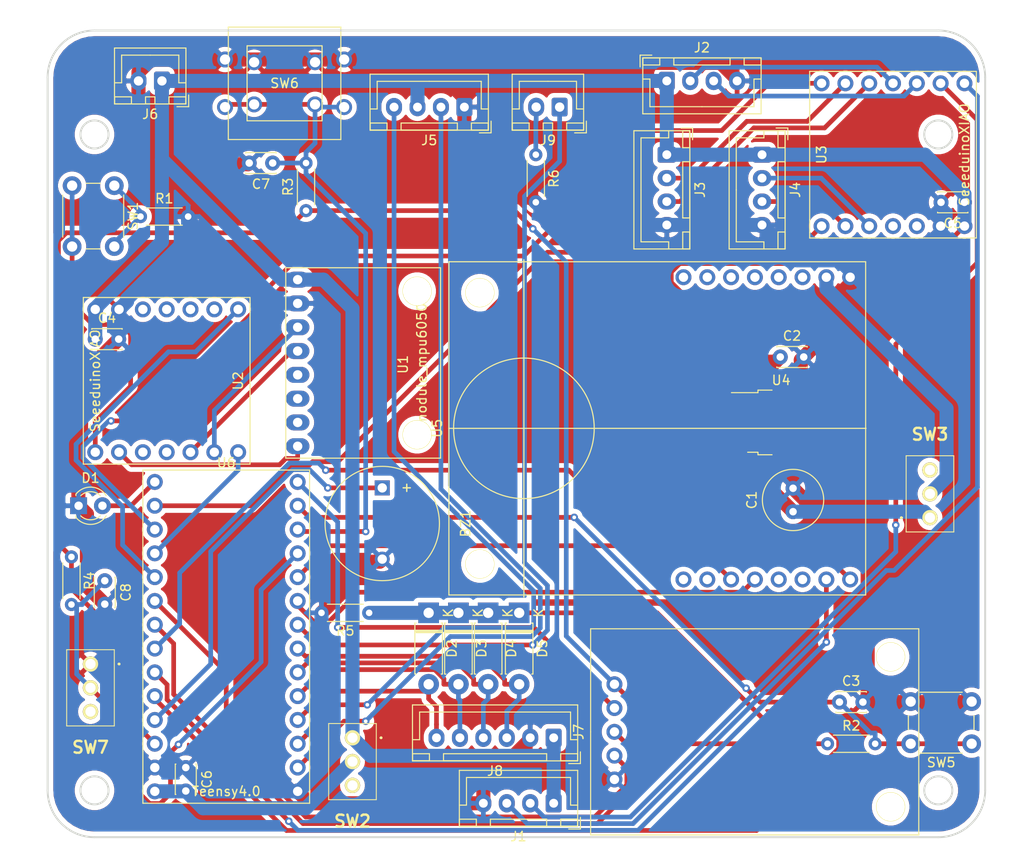
<source format=kicad_pcb>
(kicad_pcb (version 20171130) (host pcbnew "(5.1.10)-1")
  (layers (0 F.Cu signal) (31 B.Cu signal) (34 B.Paste user) (35 F.Paste user) (36 B.SilkS user) (37 F.SilkS user) (38 B.Mask user) (39 F.Mask user) (44 Edge.Cuts user))
  (net 0 "")
  (net 1 GND)
  (net 2 "Net-(BZ1-Pad1)")
  (net 3 "Net-(C1-Pad1)")
  (net 4 +5V)
  (net 5 SW1)
  (net 6 "Net-(C6-Pad2)")
  (net 7 SW2)
  (net 8 SW3)
  (net 9 "Net-(D1-Pad2)")
  (net 10 "Net-(J1-Pad3)")
  (net 11 "Net-(J1-Pad2)")
  (net 12 "Net-(J2-Pad3)")
  (net 13 "Net-(J2-Pad2)")
  (net 14 "Net-(J3-Pad3)")
  (net 15 "Net-(J3-Pad2)")
  (net 16 "Net-(J4-Pad3)")
  (net 17 "Net-(J4-Pad2)")
  (net 18 TX1)
  (net 19 RX1)
  (net 20 /SDA)
  (net 21 /SCL)
  (net 22 /reset)
  (net 23 +3V3)
  (net 24 Intterapt)
  (net 25 "Net-(J9-Pad2)")
  (net 26 /Kicker)
  (net 27 "Net-(R1-Pad1)")
  (net 28 "Net-(SW1-Pad2)")
  (net 29 "Net-(SW3-Pad2)")
  (net 30 "Net-(U1-Pad8)")
  (net 31 "Net-(U1-Pad7)")
  (net 32 "Net-(U1-Pad6)")
  (net 33 "Net-(U1-Pad5)")
  (net 34 "Net-(U1-Pad4)")
  (net 35 "Net-(U1-Pad3)")
  (net 36 "Net-(U2-Pad12)")
  (net 37 "Net-(U2-Pad11)")
  (net 38 "Net-(U2-Pad10)")
  (net 39 "Net-(U2-Pad9)")
  (net 40 TX4)
  (net 41 RX4)
  (net 42 "Net-(U2-Pad4)")
  (net 43 "Net-(U2-Pad3)")
  (net 44 "Net-(U3-Pad12)")
  (net 45 "Net-(U3-Pad11)")
  (net 46 TX3)
  (net 47 RX3)
  (net 48 "Net-(U5-Pad16)")
  (net 49 "Net-(U5-Pad15)")
  (net 50 TX2)
  (net 51 RX2)
  (net 52 "Net-(U5-Pad12)")
  (net 53 "Net-(U5-Pad11)")
  (net 54 RX5)
  (net 55 TX5)
  (net 56 "Net-(U5-Pad8)")
  (net 57 "Net-(U5-Pad7)")
  (net 58 "Net-(U5-Pad6)")
  (net 59 "Net-(U5-Pad5)")
  (net 60 "Net-(U5-Pad4)")
  (net 61 "Net-(U5-Pad3)")
  (net 62 "Net-(D2-Pad2)")
  (net 63 "Net-(D3-Pad2)")
  (net 64 "Net-(D4-Pad2)")
  (net 65 "Net-(D5-Pad2)")
  (module herakuresu2022:PushSwitch (layer F.Cu) (at 117.217 61.595 180)
    (fp_text reference SW6 (at 0 0 180) (layer F.SilkS))
    (fp_text value SW_Push)
    (pad 2 thru_hole circle (at 3.25 2.25 180) (size 1.7 1.7) (drill 1.1) (layers *.Cu *.Mask) (net 1 GND))
    (pad 1 thru_hole circle (at 3.25 -2.25 180) (size 1.7 1.7) (drill 1.1) (layers *.Cu *.Mask) (net 7 SW2))
    (pad 2 thru_hole circle (at -3.25 2.25 180) (size 1.7 1.7) (drill 1.1) (layers *.Cu *.Mask) (net 1 GND))
    (pad 1 thru_hole circle (at -3.25 -2.25 180) (size 1.7 1.7) (drill 1.1) (layers *.Cu *.Mask) (net 7 SW2))
    (pad 1 thru_hole circle (at 6.35 -2.54 180) (size 1.7 1.7) (drill 1.1) (layers *.Cu *.Mask) (net 7 SW2))
    (pad 2 thru_hole circle (at 6.35 2.54 180) (size 1.7 1.7) (drill 1.1) (layers *.Cu *.Mask) (net 1 GND))
    (pad 2 thru_hole circle (at -6.35 2.54 180) (size 1.7 1.7) (drill 1.1) (layers *.Cu *.Mask) (net 1 GND))
    (pad 1 thru_hole circle (at -6.35 -2.54 180) (size 1.7 1.7) (drill 1.1) (layers *.Cu *.Mask) (net 7 SW2))
  )
  (module herakuresu2022:MPU6050 (layer F.Cu) (at 118.614 101.6 180)
    (fp_text reference U1 (at -11.24 10 270) (layer F.SilkS))
    (fp_text value module_mpu6050 (at -13.24 10 270) (layer F.SilkS))
    (pad 1 thru_hole oval (at 0 19.05 180) (size 2.5 1.7) (drill 1) (layers *.Cu *.Mask) (net 4 +5V))
    (pad 2 thru_hole oval (at 0 16.51 180) (size 2.5 1.7) (drill 1) (layers *.Cu *.Mask) (net 1 GND))
    (pad 3 thru_hole oval (at 0 13.97 180) (size 2.5 1.7) (drill 1) (layers *.Cu *.Mask) (net 35 "Net-(U1-Pad3)"))
    (pad 4 thru_hole oval (at 0 11.43 180) (size 2.5 1.7) (drill 1) (layers *.Cu *.Mask) (net 34 "Net-(U1-Pad4)"))
    (pad 5 thru_hole oval (at 0 8.89 180) (size 2.5 1.7) (drill 1) (layers *.Cu *.Mask) (net 33 "Net-(U1-Pad5)"))
    (pad 6 thru_hole oval (at 0 6.35 180) (size 2.5 1.7) (drill 1) (layers *.Cu *.Mask) (net 32 "Net-(U1-Pad6)"))
    (pad 7 thru_hole oval (at 0 3.81 180) (size 2.5 1.7) (drill 1) (layers *.Cu *.Mask) (net 31 "Net-(U1-Pad7)"))
    (pad 8 thru_hole oval (at 0 1.27 180) (size 2.5 1.7) (drill 1) (layers *.Cu *.Mask) (net 30 "Net-(U1-Pad8)"))
    (pad "" thru_hole circle (at -12.74 2.5 180) (size 3 3) (drill 3) (layers *.Cu *.Mask))
    (pad "" thru_hole circle (at -12.74 17.82 180) (size 3 3) (drill 3) (layers *.Cu *.Mask))
  )
  (module herakuresu2022:Teensy (layer F.Cu) (at 110.994 118.11)
    (fp_text reference U6 (at 0 -16.01) (layer F.SilkS))
    (fp_text value Teensy4.0 (at 0 19.05) (layer F.SilkS))
    (pad 33 thru_hole circle (at -7.62 19.05) (size 1.7 1.7) (drill 1) (layers *.Cu *.Mask) (net 6 "Net-(C6-Pad2)"))
    (pad 32 thru_hole circle (at -7.62 16.51) (size 1.7 1.7) (drill 1) (layers *.Cu *.Mask) (net 1 GND))
    (pad 31 thru_hole circle (at -7.62 13.97) (size 1.7 1.7) (drill 1) (layers *.Cu *.Mask) (net 23 +3V3))
    (pad 30 thru_hole circle (at -7.62 11.43) (size 1.7 1.7) (drill 1) (layers *.Cu *.Mask) (net 2 "Net-(BZ1-Pad1)"))
    (pad 29 thru_hole circle (at -7.62 8.89) (size 1.7 1.7) (drill 1) (layers *.Cu *.Mask) (net 24 Intterapt))
    (pad 28 thru_hole circle (at -7.62 6.35) (size 1.7 1.7) (drill 1) (layers *.Cu *.Mask) (net 54 RX5))
    (pad 27 thru_hole circle (at -7.62 3.81) (size 1.7 1.7) (drill 1) (layers *.Cu *.Mask) (net 55 TX5))
    (pad 26 thru_hole circle (at -7.62 1.27) (size 1.7 1.7) (drill 1) (layers *.Cu *.Mask) (net 21 /SCL))
    (pad 25 thru_hole circle (at -7.62 -1.27) (size 1.7 1.7) (drill 1) (layers *.Cu *.Mask) (net 20 /SDA))
    (pad 24 thru_hole circle (at -7.62 -3.81) (size 1.7 1.7) (drill 1) (layers *.Cu *.Mask) (net 40 TX4))
    (pad 23 thru_hole circle (at -7.62 -6.35) (size 1.7 1.7) (drill 1) (layers *.Cu *.Mask) (net 41 RX4))
    (pad 22 thru_hole circle (at -7.62 -8.89) (size 1.7 1.7) (drill 1) (layers *.Cu *.Mask) (net 47 RX3))
    (pad 21 thru_hole circle (at -7.62 -11.43) (size 1.7 1.7) (drill 1) (layers *.Cu *.Mask) (net 46 TX3))
    (pad 20 thru_hole circle (at -7.62 -13.97) (size 1.7 1.7) (drill 1) (layers *.Cu *.Mask) (net 9 "Net-(D1-Pad2)"))
    (pad 14 thru_hole circle (at 7.62 -13.97) (size 1.7 1.7) (drill 1) (layers *.Cu *.Mask) (net 22 /reset))
    (pad 13 thru_hole circle (at 7.62 -11.43) (size 1.7 1.7) (drill 1) (layers *.Cu *.Mask) (net 5 SW1))
    (pad 12 thru_hole circle (at 7.62 -8.89) (size 1.7 1.7) (drill 1) (layers *.Cu *.Mask) (net 7 SW2))
    (pad 11 thru_hole circle (at 7.62 -6.35) (size 1.7 1.7) (drill 1) (layers *.Cu *.Mask) (net 8 SW3))
    (pad 10 thru_hole circle (at 7.62 -3.81) (size 1.7 1.7) (drill 1) (layers *.Cu *.Mask) (net 50 TX2))
    (pad 9 thru_hole circle (at 7.62 -1.27) (size 1.7 1.7) (drill 1) (layers *.Cu *.Mask) (net 51 RX2))
    (pad 8 thru_hole circle (at 7.62 1.27) (size 1.7 1.7) (drill 1) (layers *.Cu *.Mask) (net 26 /Kicker))
    (pad 7 thru_hole circle (at 7.62 3.81) (size 1.7 1.7) (drill 1) (layers *.Cu *.Mask) (net 65 "Net-(D5-Pad2)"))
    (pad 6 thru_hole circle (at 7.62 6.35) (size 1.7 1.7) (drill 1) (layers *.Cu *.Mask) (net 64 "Net-(D4-Pad2)"))
    (pad 5 thru_hole circle (at 7.62 8.89) (size 1.7 1.7) (drill 1) (layers *.Cu *.Mask) (net 63 "Net-(D3-Pad2)"))
    (pad 4 thru_hole circle (at 7.62 11.43) (size 1.7 1.7) (drill 1) (layers *.Cu *.Mask) (net 62 "Net-(D2-Pad2)"))
    (pad 3 thru_hole circle (at 7.62 13.97) (size 1.7 1.7) (drill 1) (layers *.Cu *.Mask) (net 18 TX1))
    (pad 2 thru_hole circle (at 7.62 16.51) (size 1.7 1.7) (drill 1) (layers *.Cu *.Mask) (net 19 RX1))
    (pad 1 thru_hole circle (at 7.62 19.05) (size 1.7 1.7) (drill 1) (layers *.Cu *.Mask) (net 1 GND))
  )
  (module Buzzer_Beeper:MagneticBuzzer_ProSignal_ABI-010-RC (layer F.Cu) (at 127.635 104.775 270)
    (fp_text reference BZ1 (at 3.81 -8.89 90) (layer F.SilkS))
    (fp_text value Buzzer)
    (fp_text user + (at -0.01 -2.54 90) (layer F.SilkS))
    (pad 2 thru_hole circle (at 7.6 0 270) (size 1.6 1.6) (drill 1) (layers *.Cu *.Mask) (net 1 GND))
    (pad 1 thru_hole rect (at 0 0 270) (size 1.6 1.6) (drill 1) (layers *.Cu *.Mask) (net 2 "Net-(BZ1-Pad1)"))
  )
  (module Diode_THT:D_DO-41_SOD81_P7.62mm_Horizontal (layer F.Cu) (at 142.24 118.11 270)
    (fp_text reference D5 (at 3.81 -2.47 90) (layer F.SilkS))
    (fp_text value D)
    (fp_text user K (at 0 -2.1 90) (layer F.SilkS))
    (pad 2 thru_hole oval (at 7.62 0 270) (size 2.2 2.2) (drill 1.1) (layers *.Cu *.Mask) (net 65 "Net-(D5-Pad2)"))
    (pad 1 thru_hole rect (at 0 0 270) (size 2.2 2.2) (drill 1.1) (layers *.Cu *.Mask) (net 24 Intterapt))
  )
  (module Diode_THT:D_DO-41_SOD81_P7.62mm_Horizontal (layer F.Cu) (at 138.934 118.11 270)
    (fp_text reference D4 (at 3.81 -2.47 90) (layer F.SilkS))
    (fp_text value D)
    (fp_text user K (at 0 -2.1 90) (layer F.SilkS))
    (pad 2 thru_hole oval (at 7.62 0 270) (size 2.2 2.2) (drill 1.1) (layers *.Cu *.Mask) (net 64 "Net-(D4-Pad2)"))
    (pad 1 thru_hole rect (at 0 0 270) (size 2.2 2.2) (drill 1.1) (layers *.Cu *.Mask) (net 24 Intterapt))
  )
  (module Diode_THT:D_DO-41_SOD81_P7.62mm_Horizontal (layer F.Cu) (at 135.759 118.11 270)
    (fp_text reference D3 (at 3.81 -2.47 90) (layer F.SilkS))
    (fp_text value D)
    (fp_text user K (at 0 -2.1 90) (layer F.SilkS))
    (pad 2 thru_hole oval (at 7.62 0 270) (size 2.2 2.2) (drill 1.1) (layers *.Cu *.Mask) (net 63 "Net-(D3-Pad2)"))
    (pad 1 thru_hole rect (at 0 0 270) (size 2.2 2.2) (drill 1.1) (layers *.Cu *.Mask) (net 24 Intterapt))
  )
  (module Diode_THT:D_DO-41_SOD81_P7.62mm_Horizontal (layer F.Cu) (at 132.584 118.11 270)
    (fp_text reference D2 (at 3.81 -2.47 90) (layer F.SilkS))
    (fp_text value D)
    (fp_text user K (at 0 -2.1 90) (layer F.SilkS))
    (pad 2 thru_hole oval (at 7.62 0 270) (size 2.2 2.2) (drill 1.1) (layers *.Cu *.Mask) (net 62 "Net-(D2-Pad2)"))
    (pad 1 thru_hole rect (at 0 0 270) (size 2.2 2.2) (drill 1.1) (layers *.Cu *.Mask) (net 24 Intterapt))
  )
  (module herakuresu2022:OpenMV (layer F.Cu) (at 142.744 98.42 90)
    (fp_text reference U5 (at 0 -9.25 90) (layer F.SilkS))
    (fp_text value OpenMV)
    (pad 16 thru_hole circle (at -16.129 17.019 90) (size 1.7 1.7) (drill 1) (layers *.Cu *.Mask) (net 48 "Net-(U5-Pad16)"))
    (pad 15 thru_hole circle (at -16.129 19.559 90) (size 1.7 1.7) (drill 1) (layers *.Cu *.Mask) (net 49 "Net-(U5-Pad15)"))
    (pad 14 thru_hole circle (at -16.129 22.099 90) (size 1.7 1.7) (drill 1) (layers *.Cu *.Mask) (net 50 TX2))
    (pad 13 thru_hole circle (at -16.129 24.639 90) (size 1.7 1.7) (drill 1) (layers *.Cu *.Mask) (net 51 RX2))
    (pad 12 thru_hole circle (at -16.129 27.179 90) (size 1.7 1.7) (drill 1) (layers *.Cu *.Mask) (net 52 "Net-(U5-Pad12)"))
    (pad 11 thru_hole circle (at -16.129 29.719 90) (size 1.7 1.7) (drill 1) (layers *.Cu *.Mask) (net 53 "Net-(U5-Pad11)"))
    (pad 10 thru_hole circle (at -16.129 32.259 90) (size 1.7 1.7) (drill 1) (layers *.Cu *.Mask) (net 54 RX5))
    (pad 9 thru_hole circle (at -16.129 34.799 90) (size 1.7 1.7) (drill 1) (layers *.Cu *.Mask) (net 55 TX5))
    (pad 8 thru_hole circle (at 16.129 17.019 90) (size 1.7 1.7) (drill 1) (layers *.Cu *.Mask) (net 56 "Net-(U5-Pad8)"))
    (pad 7 thru_hole circle (at 16.129 19.559 90) (size 1.7 1.7) (drill 1) (layers *.Cu *.Mask) (net 57 "Net-(U5-Pad7)"))
    (pad 6 thru_hole circle (at 16.129 22.099 90) (size 1.7 1.7) (drill 1) (layers *.Cu *.Mask) (net 58 "Net-(U5-Pad6)"))
    (pad 5 thru_hole circle (at 16.129 24.639 90) (size 1.7 1.7) (drill 1) (layers *.Cu *.Mask) (net 59 "Net-(U5-Pad5)"))
    (pad 4 thru_hole circle (at 16.129 27.179 90) (size 1.7 1.7) (drill 1) (layers *.Cu *.Mask) (net 60 "Net-(U5-Pad4)"))
    (pad 3 thru_hole circle (at 16.129 29.719 90) (size 1.7 1.7) (drill 1) (layers *.Cu *.Mask) (net 61 "Net-(U5-Pad3)"))
    (pad 2 thru_hole circle (at 16.129 32.259 90) (size 1.7 1.7) (drill 1) (layers *.Cu *.Mask) (net 29 "Net-(SW3-Pad2)"))
    (pad 1 thru_hole circle (at 16.129 34.799 90) (size 1.7 1.7) (drill 1) (layers *.Cu *.Mask) (net 1 GND))
    (pad "" thru_hole circle (at 14.478 -4.698 90) (size 3 3) (drill 3) (layers *.Cu *.Mask))
    (pad "" thru_hole circle (at -14.478 -4.698 90) (size 3 3) (drill 3) (layers *.Cu *.Mask))
  )
  (module Connector_JST:JST_XH_B6B-XH-A_1x06_P2.50mm_Vertical (layer F.Cu) (at 145.919 131.445 180)
    (fp_text reference J8 (at 6.25 -3.55) (layer F.SilkS))
    (fp_text value Conn_01x06)
    (pad 6 thru_hole oval (at 12.5 0 180) (size 1.7 1.95) (drill 0.95) (layers *.Cu *.Mask) (net 62 "Net-(D2-Pad2)"))
    (pad 5 thru_hole oval (at 10 0 180) (size 1.7 1.95) (drill 0.95) (layers *.Cu *.Mask) (net 63 "Net-(D3-Pad2)"))
    (pad 4 thru_hole oval (at 7.5 0 180) (size 1.7 1.95) (drill 0.95) (layers *.Cu *.Mask) (net 64 "Net-(D4-Pad2)"))
    (pad 3 thru_hole oval (at 5 0 180) (size 1.7 1.95) (drill 0.95) (layers *.Cu *.Mask) (net 65 "Net-(D5-Pad2)"))
    (pad 2 thru_hole oval (at 2.5 0 180) (size 1.7 1.95) (drill 0.95) (layers *.Cu *.Mask) (net 1 GND))
    (pad 1 thru_hole roundrect (at 0 0 180) (size 1.7 1.95) (drill 0.95) (layers *.Cu *.Mask) (roundrect_rratio 0.147059) (net 4 +5V))
  )
  (module Package_TO_SOT_SMD:TO-252-2 (layer F.Cu) (at 170.18 97.79)
    (fp_text reference U4 (at 0 -4.5) (layer F.SilkS))
    (fp_text value LF33_TO252)
    (pad 2 smd rect (at 2.1 0) (size 6.4 5.8) (layers F.Cu F.Mask) (net 1 GND))
    (pad 3 smd rect (at -4.2 2.28) (size 2.2 1.2) (layers F.Cu F.Paste F.Mask) (net 3 "Net-(C1-Pad1)"))
    (pad 1 smd rect (at -4.2 -2.28) (size 2.2 1.2) (layers F.Cu F.Paste F.Mask) (net 4 +5V))
  )
  (module herakuresu2022:seeeduinoXIAO (layer F.Cu) (at 182.114 69.215 90)
    (fp_text reference U3 (at 0 -7.62 90) (layer F.SilkS))
    (fp_text value SeeeduinoXIAO (at 0 7.62 90) (layer F.SilkS))
    (pad 14 thru_hole circle (at -7.62 7.62 90) (size 1.7 1.7) (drill 1) (layers *.Cu *.Mask) (net 4 +5V))
    (pad 13 thru_hole circle (at -7.62 5.08 90) (size 1.7 1.7) (drill 1) (layers *.Cu *.Mask) (net 1 GND))
    (pad 12 thru_hole circle (at -7.62 2.54 90) (size 1.7 1.7) (drill 1) (layers *.Cu *.Mask) (net 44 "Net-(U3-Pad12)"))
    (pad 11 thru_hole circle (at -7.62 0 90) (size 1.7 1.7) (drill 1) (layers *.Cu *.Mask) (net 45 "Net-(U3-Pad11)"))
    (pad 10 thru_hole circle (at -7.62 -2.54 90) (size 1.7 1.7) (drill 1) (layers *.Cu *.Mask) (net 17 "Net-(J4-Pad2)"))
    (pad 9 thru_hole circle (at -7.62 -5.08 90) (size 1.7 1.7) (drill 1) (layers *.Cu *.Mask) (net 16 "Net-(J4-Pad3)"))
    (pad 8 thru_hole circle (at -7.62 -7.62 90) (size 1.7 1.7) (drill 1) (layers *.Cu *.Mask) (net 46 TX3))
    (pad 7 thru_hole circle (at 7.62 -7.62 90) (size 1.7 1.7) (drill 1) (layers *.Cu *.Mask) (net 47 RX3))
    (pad 6 thru_hole circle (at 7.62 -5.08 90) (size 1.7 1.7) (drill 1) (layers *.Cu *.Mask) (net 15 "Net-(J3-Pad2)"))
    (pad 5 thru_hole circle (at 7.62 -2.54 90) (size 1.7 1.7) (drill 1) (layers *.Cu *.Mask) (net 14 "Net-(J3-Pad3)"))
    (pad 4 thru_hole circle (at 7.62 0 90) (size 1.7 1.7) (drill 1) (layers *.Cu *.Mask) (net 13 "Net-(J2-Pad2)"))
    (pad 3 thru_hole circle (at 7.62 2.54 90) (size 1.7 1.7) (drill 1) (layers *.Cu *.Mask) (net 12 "Net-(J2-Pad3)"))
    (pad 2 thru_hole circle (at 7.62 5.08 90) (size 1.7 1.7) (drill 1) (layers *.Cu *.Mask) (net 11 "Net-(J1-Pad2)"))
    (pad 1 thru_hole circle (at 7.62 7.62 90) (size 1.7 1.7) (drill 1) (layers *.Cu *.Mask) (net 10 "Net-(J1-Pad3)"))
  )
  (module herakuresu2022:seeeduinoXIAO (layer F.Cu) (at 104.644 93.345 270)
    (fp_text reference U2 (at 0 -7.62 90) (layer F.SilkS))
    (fp_text value SeeeduinoXIAO (at 0 7.62 90) (layer F.SilkS))
    (pad 14 thru_hole circle (at -7.62 7.62 270) (size 1.7 1.7) (drill 1) (layers *.Cu *.Mask) (net 4 +5V))
    (pad 13 thru_hole circle (at -7.62 5.08 270) (size 1.7 1.7) (drill 1) (layers *.Cu *.Mask) (net 1 GND))
    (pad 12 thru_hole circle (at -7.62 2.54 270) (size 1.7 1.7) (drill 1) (layers *.Cu *.Mask) (net 36 "Net-(U2-Pad12)"))
    (pad 11 thru_hole circle (at -7.62 0 270) (size 1.7 1.7) (drill 1) (layers *.Cu *.Mask) (net 37 "Net-(U2-Pad11)"))
    (pad 10 thru_hole circle (at -7.62 -2.54 270) (size 1.7 1.7) (drill 1) (layers *.Cu *.Mask) (net 38 "Net-(U2-Pad10)"))
    (pad 9 thru_hole circle (at -7.62 -5.08 270) (size 1.7 1.7) (drill 1) (layers *.Cu *.Mask) (net 39 "Net-(U2-Pad9)"))
    (pad 8 thru_hole circle (at -7.62 -7.62 270) (size 1.7 1.7) (drill 1) (layers *.Cu *.Mask) (net 40 TX4))
    (pad 7 thru_hole circle (at 7.62 -7.62 270) (size 1.7 1.7) (drill 1) (layers *.Cu *.Mask) (net 41 RX4))
    (pad 6 thru_hole circle (at 7.62 -5.08 270) (size 1.7 1.7) (drill 1) (layers *.Cu *.Mask) (net 35 "Net-(U1-Pad3)"))
    (pad 5 thru_hole circle (at 7.62 -2.54 270) (size 1.7 1.7) (drill 1) (layers *.Cu *.Mask) (net 34 "Net-(U1-Pad4)"))
    (pad 4 thru_hole circle (at 7.62 0 270) (size 1.7 1.7) (drill 1) (layers *.Cu *.Mask) (net 42 "Net-(U2-Pad4)"))
    (pad 3 thru_hole circle (at 7.62 2.54 270) (size 1.7 1.7) (drill 1) (layers *.Cu *.Mask) (net 43 "Net-(U2-Pad3)"))
    (pad 2 thru_hole circle (at 7.62 5.08 270) (size 1.7 1.7) (drill 1) (layers *.Cu *.Mask) (net 30 "Net-(U1-Pad8)"))
    (pad 1 thru_hole circle (at 7.62 7.62 270) (size 1.7 1.7) (drill 1) (layers *.Cu *.Mask) (net 28 "Net-(SW1-Pad2)"))
  )
  (module herakuresu2022:toggleswitch (layer F.Cu) (at 96.516 123.571 180)
    (fp_text reference SW7 (at 0 -8.89) (layer F.SilkS) (effects (font (size 1.27 1.27) (thickness 0.254))))
    (fp_text value SW_DIP_x01 hide)
    (pad 3 thru_hole circle (at 0 -5.08 270) (size 1.635 1.635) (drill 1.09) (layers *.Cu *.Mask F.SilkS))
    (pad 2 thru_hole circle (at 0 -2.54 270) (size 1.635 1.635) (drill 1.09) (layers *.Cu *.Mask F.SilkS) (net 8 SW3))
    (pad 1 thru_hole circle (at 0 0 270) (size 1.635 1.635) (drill 1.09) (layers *.Cu *.Mask F.SilkS) (net 1 GND))
  )
  (module Button_Switch_THT:SW_PUSH_6mm_H5mm (layer F.Cu) (at 190.5 132.08 180)
    (fp_text reference SW5 (at 3.25 -2) (layer F.SilkS))
    (fp_text value SW_Push)
    (pad 1 thru_hole circle (at 6.5 0 270) (size 2 2) (drill 1.1) (layers *.Cu *.Mask) (net 5 SW1))
    (pad 2 thru_hole circle (at 6.5 4.5 270) (size 2 2) (drill 1.1) (layers *.Cu *.Mask) (net 1 GND))
    (pad 1 thru_hole circle (at 0 0 270) (size 2 2) (drill 1.1) (layers *.Cu *.Mask) (net 5 SW1))
    (pad 2 thru_hole circle (at 0 4.5 270) (size 2 2) (drill 1.1) (layers *.Cu *.Mask) (net 1 GND))
  )
  (module herakuresu2022:toggleswitch (layer F.Cu) (at 186.055 107.95)
    (fp_text reference SW3 (at 0 -8.89) (layer F.SilkS) (effects (font (size 1.27 1.27) (thickness 0.254))))
    (fp_text value SW_DIP_x01 hide)
    (pad 3 thru_hole circle (at 0 -5.08 90) (size 1.635 1.635) (drill 1.09) (layers *.Cu *.Mask F.SilkS))
    (pad 2 thru_hole circle (at 0 -2.54 90) (size 1.635 1.635) (drill 1.09) (layers *.Cu *.Mask F.SilkS) (net 29 "Net-(SW3-Pad2)"))
    (pad 1 thru_hole circle (at 0 0 90) (size 1.635 1.635) (drill 1.09) (layers *.Cu *.Mask F.SilkS) (net 3 "Net-(C1-Pad1)"))
  )
  (module herakuresu2022:toggleswitch (layer F.Cu) (at 124.46 131.445 180)
    (fp_text reference SW2 (at 0 -8.89) (layer F.SilkS) (effects (font (size 1.27 1.27) (thickness 0.254))))
    (fp_text value SW_DIP_x01 hide)
    (pad 3 thru_hole circle (at 0 -5.08 270) (size 1.635 1.635) (drill 1.09) (layers *.Cu *.Mask F.SilkS))
    (pad 2 thru_hole circle (at 0 -2.54 270) (size 1.635 1.635) (drill 1.09) (layers *.Cu *.Mask F.SilkS) (net 6 "Net-(C6-Pad2)"))
    (pad 1 thru_hole circle (at 0 0 270) (size 1.635 1.635) (drill 1.09) (layers *.Cu *.Mask F.SilkS) (net 4 +5V))
  )
  (module Button_Switch_THT:SW_PUSH_6mm_H5mm (layer F.Cu) (at 99.056 72.517 270)
    (fp_text reference SW1 (at 3.25 -2 90) (layer F.SilkS))
    (fp_text value SW_Push)
    (pad 1 thru_hole circle (at 6.5 0) (size 2 2) (drill 1.1) (layers *.Cu *.Mask) (net 27 "Net-(R1-Pad1)"))
    (pad 2 thru_hole circle (at 6.5 4.5) (size 2 2) (drill 1.1) (layers *.Cu *.Mask) (net 28 "Net-(SW1-Pad2)"))
    (pad 1 thru_hole circle (at 0 0) (size 2 2) (drill 1.1) (layers *.Cu *.Mask) (net 27 "Net-(R1-Pad1)"))
    (pad 2 thru_hole circle (at 0 4.5) (size 2 2) (drill 1.1) (layers *.Cu *.Mask) (net 28 "Net-(SW1-Pad2)"))
  )
  (module Resistor_THT:R_Axial_DIN0204_L3.6mm_D1.6mm_P5.08mm_Horizontal (layer F.Cu) (at 144.014 69.215 270)
    (fp_text reference R6 (at 2.54 -1.92 90) (layer F.SilkS))
    (fp_text value R)
    (pad 2 thru_hole oval (at 5.08 0 270) (size 1.4 1.4) (drill 0.7) (layers *.Cu *.Mask) (net 1 GND))
    (pad 1 thru_hole circle (at 0 0 270) (size 1.4 1.4) (drill 0.7) (layers *.Cu *.Mask) (net 25 "Net-(J9-Pad2)"))
  )
  (module Resistor_THT:R_Axial_DIN0204_L3.6mm_D1.6mm_P5.08mm_Horizontal (layer F.Cu) (at 126.234 118.11 180)
    (fp_text reference R5 (at 2.54 -1.92) (layer F.SilkS))
    (fp_text value R)
    (pad 1 thru_hole circle (at 0 0 180) (size 1.4 1.4) (drill 0.7) (layers *.Cu *.Mask) (net 24 Intterapt))
    (pad 2 thru_hole oval (at 5.08 0 180) (size 1.4 1.4) (drill 0.7) (layers *.Cu *.Mask) (net 1 GND))
  )
  (module Resistor_THT:R_Axial_DIN0204_L3.6mm_D1.6mm_P5.08mm_Horizontal (layer F.Cu) (at 94.484 112.141 270)
    (fp_text reference R4 (at 2.54 -1.92 90) (layer F.SilkS))
    (fp_text value R)
    (pad 2 thru_hole oval (at 5.08 0 270) (size 1.4 1.4) (drill 0.7) (layers *.Cu *.Mask) (net 8 SW3))
    (pad 1 thru_hole circle (at 0 0 270) (size 1.4 1.4) (drill 0.7) (layers *.Cu *.Mask) (net 23 +3V3))
  )
  (module Resistor_THT:R_Axial_DIN0204_L3.6mm_D1.6mm_P5.08mm_Horizontal (layer F.Cu) (at 119.503 75.184 90)
    (fp_text reference R3 (at 2.54 -1.92 90) (layer F.SilkS))
    (fp_text value R)
    (pad 2 thru_hole oval (at 5.08 0 90) (size 1.4 1.4) (drill 0.7) (layers *.Cu *.Mask) (net 7 SW2))
    (pad 1 thru_hole circle (at 0 0 90) (size 1.4 1.4) (drill 0.7) (layers *.Cu *.Mask) (net 23 +3V3))
  )
  (module Resistor_THT:R_Axial_DIN0204_L3.6mm_D1.6mm_P5.08mm_Horizontal (layer F.Cu) (at 175.129 132.08)
    (fp_text reference R2 (at 2.54 -1.92) (layer F.SilkS))
    (fp_text value R)
    (pad 2 thru_hole oval (at 5.08 0) (size 1.4 1.4) (drill 0.7) (layers *.Cu *.Mask) (net 5 SW1))
    (pad 1 thru_hole circle (at 0 0) (size 1.4 1.4) (drill 0.7) (layers *.Cu *.Mask) (net 23 +3V3))
  )
  (module Resistor_THT:R_Axial_DIN0204_L3.6mm_D1.6mm_P5.08mm_Horizontal (layer F.Cu) (at 101.85 75.819)
    (fp_text reference R1 (at 2.54 -1.92) (layer F.SilkS))
    (fp_text value R)
    (pad 2 thru_hole oval (at 5.08 0) (size 1.4 1.4) (drill 0.7) (layers *.Cu *.Mask) (net 1 GND))
    (pad 1 thru_hole circle (at 0 0) (size 1.4 1.4) (drill 0.7) (layers *.Cu *.Mask) (net 27 "Net-(R1-Pad1)"))
  )
  (module Connector_JST:JST_XH_B2B-XH-A_1x02_P2.50mm_Vertical (layer F.Cu) (at 146.554 64.135 180)
    (fp_text reference J9 (at 1.25 -3.55) (layer F.SilkS))
    (fp_text value Conn_01x02)
    (pad 2 thru_hole oval (at 2.5 0 180) (size 1.7 2) (drill 1) (layers *.Cu *.Mask) (net 25 "Net-(J9-Pad2)"))
    (pad 1 thru_hole roundrect (at 0 0 180) (size 1.7 2) (drill 1) (layers *.Cu *.Mask) (roundrect_rratio 0.147059) (net 26 /Kicker))
  )
  (module herakuresu2022:LCDmodule (layer F.Cu) (at 152.4 125.73)
    (fp_text reference J7 (at -3.81 5.08 90) (layer F.SilkS))
    (fp_text value LCEmodule)
    (pad 5 thru_hole circle (at 0 10.16) (size 1.7 1.7) (drill 1) (layers *.Cu *.Mask) (net 1 GND))
    (pad 4 thru_hole circle (at 0 7.62) (size 1.7 1.7) (drill 1) (layers *.Cu *.Mask) (net 20 /SDA))
    (pad 3 thru_hole circle (at 0 5.08) (size 1.7 1.7) (drill 1) (layers *.Cu *.Mask) (net 21 /SCL))
    (pad 2 thru_hole circle (at 0 2.54) (size 1.7 1.7) (drill 1) (layers *.Cu *.Mask) (net 22 /reset))
    (pad 1 thru_hole circle (at 0 0) (size 1.7 1.7) (drill 1) (layers *.Cu *.Mask) (net 23 +3V3))
    (pad "" thru_hole circle (at 29.46 -2.92) (size 3 3) (drill 3) (layers *.Cu *.Mask))
    (pad "" thru_hole circle (at 29.46 13.08) (size 3 3) (drill 3) (layers *.Cu *.Mask))
  )
  (module Connector_JST:JST_XH_B2B-XH-A_1x02_P2.50mm_Vertical (layer F.Cu) (at 104.136 61.341 180)
    (fp_text reference J6 (at 1.25 -3.55) (layer F.SilkS))
    (fp_text value Conn_01x02)
    (pad 1 thru_hole roundrect (at 0 0 180) (size 1.7 2) (drill 1) (layers *.Cu *.Mask) (roundrect_rratio 0.147059) (net 4 +5V))
    (pad 2 thru_hole oval (at 2.5 0 180) (size 1.7 2) (drill 1) (layers *.Cu *.Mask) (net 1 GND))
  )
  (module Connector_JST:JST_XH_B4B-XH-A_1x04_P2.50mm_Vertical (layer F.Cu) (at 136.394 64.135 180)
    (fp_text reference J5 (at 3.75 -3.55) (layer F.SilkS))
    (fp_text value Teensy-DSR1202)
    (pad 4 thru_hole oval (at 7.5 0 180) (size 1.7 1.95) (drill 0.95) (layers *.Cu *.Mask) (net 18 TX1))
    (pad 3 thru_hole oval (at 5 0 180) (size 1.7 1.95) (drill 0.95) (layers *.Cu *.Mask) (net 4 +5V))
    (pad 2 thru_hole oval (at 2.5 0 180) (size 1.7 1.95) (drill 0.95) (layers *.Cu *.Mask) (net 19 RX1))
    (pad 1 thru_hole roundrect (at 0 0 180) (size 1.7 1.95) (drill 0.95) (layers *.Cu *.Mask) (roundrect_rratio 0.147059) (net 1 GND))
  )
  (module Connector_JST:JST_XH_B4B-XH-A_1x04_P2.50mm_Vertical (layer F.Cu) (at 168.144 69.215 270)
    (fp_text reference J4 (at 3.75 -3.55 90) (layer F.SilkS))
    (fp_text value Conn_01x04)
    (pad 4 thru_hole oval (at 7.5 0 270) (size 1.7 1.95) (drill 0.95) (layers *.Cu *.Mask) (net 1 GND))
    (pad 3 thru_hole oval (at 5 0 270) (size 1.7 1.95) (drill 0.95) (layers *.Cu *.Mask) (net 16 "Net-(J4-Pad3)"))
    (pad 2 thru_hole oval (at 2.5 0 270) (size 1.7 1.95) (drill 0.95) (layers *.Cu *.Mask) (net 17 "Net-(J4-Pad2)"))
    (pad 1 thru_hole roundrect (at 0 0 270) (size 1.7 1.95) (drill 0.95) (layers *.Cu *.Mask) (roundrect_rratio 0.147059) (net 4 +5V))
  )
  (module Connector_JST:JST_XH_B4B-XH-A_1x04_P2.50mm_Vertical (layer F.Cu) (at 157.984 69.215 270)
    (fp_text reference J3 (at 3.75 -3.55 90) (layer F.SilkS))
    (fp_text value Conn_01x04)
    (pad 4 thru_hole oval (at 7.5 0 270) (size 1.7 1.95) (drill 0.95) (layers *.Cu *.Mask) (net 1 GND))
    (pad 3 thru_hole oval (at 5 0 270) (size 1.7 1.95) (drill 0.95) (layers *.Cu *.Mask) (net 14 "Net-(J3-Pad3)"))
    (pad 2 thru_hole oval (at 2.5 0 270) (size 1.7 1.95) (drill 0.95) (layers *.Cu *.Mask) (net 15 "Net-(J3-Pad2)"))
    (pad 1 thru_hole roundrect (at 0 0 270) (size 1.7 1.95) (drill 0.95) (layers *.Cu *.Mask) (roundrect_rratio 0.147059) (net 4 +5V))
  )
  (module Connector_JST:JST_XH_B4B-XH-A_1x04_P2.50mm_Vertical (layer F.Cu) (at 157.984 61.341)
    (fp_text reference J2 (at 3.75 -3.55) (layer F.SilkS))
    (fp_text value Conn_01x04)
    (pad 4 thru_hole oval (at 7.5 0) (size 1.7 1.95) (drill 0.95) (layers *.Cu *.Mask) (net 1 GND))
    (pad 3 thru_hole oval (at 5 0) (size 1.7 1.95) (drill 0.95) (layers *.Cu *.Mask) (net 12 "Net-(J2-Pad3)"))
    (pad 2 thru_hole oval (at 2.5 0) (size 1.7 1.95) (drill 0.95) (layers *.Cu *.Mask) (net 13 "Net-(J2-Pad2)"))
    (pad 1 thru_hole roundrect (at 0 0) (size 1.7 1.95) (drill 0.95) (layers *.Cu *.Mask) (roundrect_rratio 0.147059) (net 4 +5V))
  )
  (module Connector_JST:JST_XH_B4B-XH-A_1x04_P2.50mm_Vertical (layer F.Cu) (at 145.919 138.43 180)
    (fp_text reference J1 (at 3.75 -3.55) (layer F.SilkS))
    (fp_text value Conn_01x04)
    (pad 4 thru_hole oval (at 7.5 0 180) (size 1.7 1.95) (drill 0.95) (layers *.Cu *.Mask) (net 1 GND))
    (pad 3 thru_hole oval (at 5 0 180) (size 1.7 1.95) (drill 0.95) (layers *.Cu *.Mask) (net 10 "Net-(J1-Pad3)"))
    (pad 2 thru_hole oval (at 2.5 0 180) (size 1.7 1.95) (drill 0.95) (layers *.Cu *.Mask) (net 11 "Net-(J1-Pad2)"))
    (pad 1 thru_hole roundrect (at 0 0 180) (size 1.7 1.95) (drill 0.95) (layers *.Cu *.Mask) (roundrect_rratio 0.147059) (net 4 +5V))
  )
  (module LED_THT:LED_D3.0mm_Clear (layer F.Cu) (at 95.25 106.68)
    (fp_text reference D1 (at 1.27 -2.96) (layer F.SilkS))
    (fp_text value LED)
    (pad 2 thru_hole circle (at 2.54 0) (size 1.8 1.8) (drill 0.9) (layers *.Cu *.Mask) (net 9 "Net-(D1-Pad2)"))
    (pad 1 thru_hole rect (at 0 0) (size 1.8 1.8) (drill 0.9) (layers *.Cu *.Mask) (net 1 GND))
  )
  (module Capacitor_THT:C_Disc_D3.0mm_W2.0mm_P2.50mm (layer F.Cu) (at 98.04 114.681 270)
    (fp_text reference C8 (at 1.25 -2.25 90) (layer F.SilkS))
    (fp_text value C)
    (pad 2 thru_hole circle (at 2.5 0 270) (size 1.6 1.6) (drill 0.8) (layers *.Cu *.Mask) (net 1 GND))
    (pad 1 thru_hole circle (at 0 0 270) (size 1.6 1.6) (drill 0.8) (layers *.Cu *.Mask) (net 8 SW3))
  )
  (module Capacitor_THT:C_Disc_D3.0mm_W2.0mm_P2.50mm (layer F.Cu) (at 115.947 70.104 180)
    (fp_text reference C7 (at 1.25 -2.25) (layer F.SilkS))
    (fp_text value C)
    (pad 2 thru_hole circle (at 2.5 0 180) (size 1.6 1.6) (drill 0.8) (layers *.Cu *.Mask) (net 1 GND))
    (pad 1 thru_hole circle (at 0 0 180) (size 1.6 1.6) (drill 0.8) (layers *.Cu *.Mask) (net 7 SW2))
  )
  (module Capacitor_THT:C_Disc_D3.0mm_W2.0mm_P2.50mm (layer F.Cu) (at 106.68 134.62 270)
    (fp_text reference C6 (at 1.25 -2.25 90) (layer F.SilkS))
    (fp_text value C_Small)
    (pad 2 thru_hole circle (at 2.5 0 270) (size 1.6 1.6) (drill 0.8) (layers *.Cu *.Mask) (net 6 "Net-(C6-Pad2)"))
    (pad 1 thru_hole circle (at 0 0 270) (size 1.6 1.6) (drill 0.8) (layers *.Cu *.Mask) (net 1 GND))
  )
  (module Capacitor_THT:C_Disc_D3.0mm_W2.0mm_P2.50mm (layer F.Cu) (at 189.734 74.295 180)
    (fp_text reference C5 (at 1.25 -2.25) (layer F.SilkS))
    (fp_text value C_Small)
    (pad 2 thru_hole circle (at 2.5 0 180) (size 1.6 1.6) (drill 0.8) (layers *.Cu *.Mask) (net 1 GND))
    (pad 1 thru_hole circle (at 0 0 180) (size 1.6 1.6) (drill 0.8) (layers *.Cu *.Mask) (net 4 +5V))
  )
  (module Capacitor_THT:C_Disc_D3.0mm_W2.0mm_P2.50mm (layer F.Cu) (at 97.024 88.9)
    (fp_text reference C4 (at 1.25 -2.25) (layer F.SilkS))
    (fp_text value C_Small)
    (pad 2 thru_hole circle (at 2.5 0) (size 1.6 1.6) (drill 0.8) (layers *.Cu *.Mask) (net 1 GND))
    (pad 1 thru_hole circle (at 0 0) (size 1.6 1.6) (drill 0.8) (layers *.Cu *.Mask) (net 4 +5V))
  )
  (module Capacitor_THT:C_Disc_D3.0mm_W2.0mm_P2.50mm (layer F.Cu) (at 176.399 127.635)
    (fp_text reference C3 (at 1.25 -2.25) (layer F.SilkS))
    (fp_text value C)
    (pad 2 thru_hole circle (at 2.5 0) (size 1.6 1.6) (drill 0.8) (layers *.Cu *.Mask) (net 1 GND))
    (pad 1 thru_hole circle (at 0 0) (size 1.6 1.6) (drill 0.8) (layers *.Cu *.Mask) (net 5 SW1))
  )
  (module Capacitor_THT:C_Disc_D3.0mm_W2.0mm_P2.50mm (layer F.Cu) (at 170.089 90.805)
    (fp_text reference C2 (at 1.25 -2.25) (layer F.SilkS))
    (fp_text value C)
    (pad 2 thru_hole circle (at 2.5 0) (size 1.6 1.6) (drill 0.8) (layers *.Cu *.Mask) (net 1 GND))
    (pad 1 thru_hole circle (at 0 0) (size 1.6 1.6) (drill 0.8) (layers *.Cu *.Mask) (net 4 +5V))
  )
  (module Capacitor_THT:C_Radial_D6.3mm_H11.0mm_P2.50mm (layer F.Cu) (at 171.45 107.315 90)
    (fp_text reference C1 (at 1.25 -4.4 90) (layer F.SilkS))
    (fp_text value CP)
    (pad 2 thru_hole circle (at 2.5 0 90) (size 1.6 1.6) (drill 0.8) (layers *.Cu *.Mask) (net 1 GND))
    (pad 1 thru_hole circle (at 0 0 90) (size 1.6 1.6) (drill 0.8) (layers *.Cu *.Mask) (net 3 "Net-(C1-Pad1)"))
  )
  (gr_circle (center 186.944 67.054402) (end 188.444 67.054402) (layer Edge.Cuts) (width 0.2))
  (gr_arc (start 96.944001 137.054401) (end 91.944001 137.054401) (angle -90) (layer Edge.Cuts) (width 0.2))
  (gr_line (start 191.944 60.96) (end 191.944 137.054401) (layer Edge.Cuts) (width 0.2))
  (gr_line (start 186.944 142.054401) (end 96.944001 142.054401) (layer Edge.Cuts) (width 0.2))
  (gr_arc (start 186.944 137.054401) (end 186.944 142.054401) (angle -90) (layer Edge.Cuts) (width 0.2))
  (gr_circle (center 186.944 137.054401) (end 188.444 137.054401) (layer Edge.Cuts) (width 0.2))
  (gr_line (start 96.944 55.96) (end 186.944 55.96) (layer Edge.Cuts) (width 0.2))
  (gr_line (start 91.944001 137.054401) (end 91.944 60.96) (layer Edge.Cuts) (width 0.2))
  (gr_arc (start 96.944001 60.96) (end 96.944 55.96) (angle -90) (layer Edge.Cuts) (width 0.2))
  (gr_circle (center 96.944001 67.054402) (end 98.444001 67.054402) (layer Edge.Cuts) (width 0.2))
  (gr_circle (center 96.944001 137.054401) (end 98.444001 137.054401) (layer Edge.Cuts) (width 0.2))
  (gr_arc (start 186.944 60.96) (end 191.944 60.96) (angle -90) (layer Edge.Cuts) (width 0.2))
  (segment (start 120.467 59.055) (end 120.177 59.055) (width 1.5) (layer F.Cu) (net 1))
  (segment (start 120.757 59.055) (end 120.467 59.055) (width 1.5) (layer F.Cu) (net 1))
  (segment (start 120.467 59.055) (end 120.177 59.055) (width 1.5) (layer F.Cu) (net 1))
  (segment (start 120.757 59.055) (end 120.467 59.055) (width 1.5) (layer F.Cu) (net 1))
  (segment (start 120.467 59.055) (end 120.467 59.345) (width 0.5) (layer F.Cu) (net 1))
  (segment (start 121.872 59.055) (end 120.757 59.055) (width 1.5) (layer F.Cu) (net 1))
  (segment (start 123.567 59.055) (end 121.872 59.055) (width 1.5) (layer F.Cu) (net 1))
  (segment (start 121.872 59.055) (end 120.757 59.055) (width 1.5) (layer F.Cu) (net 1))
  (segment (start 123.567 59.055) (end 121.872 59.055) (width 1.5) (layer F.Cu) (net 1))
  (segment (start 184.055 127.635) (end 184 127.58) (width 0.5) (layer F.Cu) (net 1))
  (segment (start 184.055 127.635) (end 190.445 127.635) (width 1.5) (layer F.Cu) (net 1))
  (segment (start 190.445 127.635) (end 190.5 127.58) (width 1.5) (layer F.Cu) (net 1))
  (segment (start 178.899 127.635) (end 184.055 127.635) (width 1.5) (layer F.Cu) (net 1))
  (segment (start 114.042 59.055) (end 113.967 59.13) (width 0.5) (layer F.Cu) (net 1))
  (segment (start 113.967 59.13) (end 113.967 59.345) (width 0.5) (layer F.Cu) (net 1))
  (segment (start 114.042 59.055) (end 110.867 59.055) (width 1.5) (layer F.Cu) (net 1))
  (segment (start 117.217 59.055) (end 114.042 59.055) (width 1.5) (layer F.Cu) (net 1))
  (segment (start 114.042 59.055) (end 110.867 59.055) (width 1.5) (layer F.Cu) (net 1))
  (segment (start 117.217 59.055) (end 114.042 59.055) (width 1.5) (layer F.Cu) (net 1))
  (segment (start 120.177 59.055) (end 117.217 59.055) (width 1.5) (layer F.Cu) (net 1))
  (segment (start 120.177 59.055) (end 117.217 59.055) (width 1.5) (layer F.Cu) (net 1))
  (segment (start 139.145 135.89) (end 143.419 131.616) (width 1.5) (layer F.Cu) (net 1))
  (segment (start 143.419 131.616) (end 143.419 131.445) (width 1.5) (layer F.Cu) (net 1))
  (segment (start 152.4 135.89) (end 139.145 135.89) (width 1.5) (layer F.Cu) (net 1))
  (segment (start 98.2835 125.339) (end 96.516 123.571) (width 1.5) (layer B.Cu) (net 1))
  (segment (start 103.374 134.62) (end 102.172 134.62) (width 1.5) (layer B.Cu) (net 1))
  (segment (start 102.172 134.62) (end 98.2835 130.732) (width 1.5) (layer B.Cu) (net 1))
  (segment (start 98.2835 130.732) (end 98.2835 125.339) (width 1.5) (layer B.Cu) (net 1))
  (segment (start 136.394 63.16) (end 132.289 59.055) (width 1.5) (layer F.Cu) (net 1))
  (segment (start 132.289 59.055) (end 123.567 59.055) (width 1.5) (layer F.Cu) (net 1))
  (segment (start 106.93 75.819) (end 112.518 70.231) (width 1.5) (layer F.Cu) (net 1))
  (segment (start 112.518 70.231) (end 113.32 70.231) (width 1.5) (layer F.Cu) (net 1))
  (segment (start 113.32 70.231) (end 113.447 70.104) (width 1.5) (layer F.Cu) (net 1))
  (segment (start 136.394 64.135) (end 136.394 63.16) (width 1.5) (layer F.Cu) (net 1))
  (segment (start 101.636 61.341) (end 101.636 60.412) (width 1.5) (layer F.Cu) (net 1))
  (segment (start 101.636 60.412) (end 102.993 59.055) (width 1.5) (layer F.Cu) (net 1))
  (segment (start 102.993 59.055) (end 110.867 59.055) (width 1.5) (layer F.Cu) (net 1))
  (segment (start 136.394 64.135) (end 136.394 66.675) (width 1.5) (layer F.Cu) (net 1))
  (segment (start 136.394 66.675) (end 144.014 74.295) (width 1.5) (layer F.Cu) (net 1))
  (segment (start 118.614 85.09) (end 115.864 85.09) (width 1.5) (layer B.Cu) (net 1))
  (segment (start 115.864 85.09) (end 106.93 76.156) (width 1.5) (layer B.Cu) (net 1))
  (segment (start 106.93 76.156) (end 106.93 75.819) (width 1.5) (layer B.Cu) (net 1))
  (segment (start 106.68 134.62) (end 103.374 134.62) (width 1.5) (layer B.Cu) (net 1))
  (segment (start 98.04 117.181) (end 98.04 125.095) (width 1.5) (layer B.Cu) (net 1))
  (segment (start 98.04 125.095) (end 98.2835 125.339) (width 1.5) (layer B.Cu) (net 1))
  (segment (start 99.524 88.9) (end 99.524 85.765) (width 1.5) (layer B.Cu) (net 1))
  (segment (start 99.524 85.765) (end 99.564 85.725) (width 1.5) (layer B.Cu) (net 1))
  (segment (start 99.564 85.725) (end 100.414 84.875) (width 1.5) (layer B.Cu) (net 1))
  (segment (start 100.414 84.875) (end 100.414 84.6152) (width 1.5) (layer B.Cu) (net 1))
  (segment (start 100.414 84.6152) (end 106.93 78.0992) (width 1.5) (layer B.Cu) (net 1))
  (segment (start 106.93 78.0992) (end 106.93 75.819) (width 1.5) (layer B.Cu) (net 1))
  (segment (start 99.524 88.9) (end 95.224 93.2) (width 1.5) (layer F.Cu) (net 1))
  (segment (start 95.224 93.2) (end 95.224 106.654) (width 1.5) (layer F.Cu) (net 1))
  (segment (start 95.224 106.654) (end 95.25 106.68) (width 1.5) (layer F.Cu) (net 1))
  (segment (start 95.25 106.68) (end 96.134 107.564) (width 1.5) (layer F.Cu) (net 1))
  (segment (start 96.134 107.564) (end 96.134 115.275) (width 1.5) (layer F.Cu) (net 1))
  (segment (start 96.134 115.275) (end 98.04 117.181) (width 1.5) (layer F.Cu) (net 1))
  (segment (start 106.68 134.62) (end 109.22 137.16) (width 1.5) (layer B.Cu) (net 1))
  (segment (start 109.22 137.16) (end 118.614 137.16) (width 1.5) (layer B.Cu) (net 1))
  (segment (start 118.614 137.16) (end 118.738 137.16) (width 1.5) (layer B.Cu) (net 1))
  (segment (start 118.738 137.16) (end 121.154 134.744) (width 1.5) (layer B.Cu) (net 1))
  (segment (start 121.154 134.744) (end 121.154 118.11) (width 1.5) (layer B.Cu) (net 1))
  (segment (start 121.154 118.11) (end 126.615 112.649) (width 1.5) (layer F.Cu) (net 1))
  (segment (start 126.615 112.649) (end 127.361 112.649) (width 1.5) (layer F.Cu) (net 1))
  (segment (start 127.361 112.649) (end 127.635 112.375) (width 1.5) (layer F.Cu) (net 1))
  (segment (start 101.636 61.341) (end 101.636 70.525) (width 1.5) (layer F.Cu) (net 1))
  (segment (start 101.636 70.525) (end 106.93 75.819) (width 1.5) (layer F.Cu) (net 1))
  (segment (start 136.394 63.16) (end 140.138 59.416) (width 1.5) (layer F.Cu) (net 1))
  (segment (start 140.138 59.416) (end 163.73 59.416) (width 1.5) (layer F.Cu) (net 1))
  (segment (start 163.73 59.416) (end 165.484 61.1704) (width 1.5) (layer F.Cu) (net 1))
  (segment (start 165.484 61.1704) (end 165.484 61.341) (width 1.5) (layer F.Cu) (net 1))
  (segment (start 144.014 74.295) (end 146.434 76.715) (width 1.5) (layer B.Cu) (net 1))
  (segment (start 146.434 76.715) (end 157.984 76.715) (width 1.5) (layer B.Cu) (net 1))
  (segment (start 157.984 76.715) (end 168.144 76.715) (width 1.5) (layer B.Cu) (net 1))
  (segment (start 187.234 74.295) (end 187.234 76.795) (width 1.5) (layer B.Cu) (net 1))
  (segment (start 187.234 76.795) (end 187.194 76.835) (width 1.5) (layer B.Cu) (net 1))
  (segment (start 187.194 76.835) (end 187.194 78.0371) (width 1.5) (layer B.Cu) (net 1))
  (segment (start 187.194 78.0371) (end 182.94 82.291) (width 1.5) (layer B.Cu) (net 1))
  (segment (start 182.94 82.291) (end 177.543 82.291) (width 1.5) (layer B.Cu) (net 1))
  (segment (start 168.144 76.715) (end 171.92 80.491) (width 1.5) (layer B.Cu) (net 1))
  (segment (start 171.92 80.491) (end 176.945 80.491) (width 1.5) (layer B.Cu) (net 1))
  (segment (start 176.945 80.491) (end 177.543 81.0889) (width 1.5) (layer B.Cu) (net 1))
  (segment (start 177.543 81.0889) (end 177.543 82.291) (width 1.5) (layer B.Cu) (net 1))
  (segment (start 172.28 97.79) (end 172.28 91.114) (width 1.5) (layer F.Cu) (net 1))
  (segment (start 172.28 91.114) (end 172.589 90.805) (width 1.5) (layer F.Cu) (net 1))
  (segment (start 177.543 82.291) (end 177.543 85.851) (width 1.5) (layer F.Cu) (net 1))
  (segment (start 177.543 85.851) (end 172.589 90.805) (width 1.5) (layer F.Cu) (net 1))
  (segment (start 171.45 104.815) (end 171.45 98.62) (width 1.5) (layer F.Cu) (net 1))
  (segment (start 171.45 98.62) (end 172.28 97.79) (width 1.5) (layer F.Cu) (net 1))
  (segment (start 171.45 104.815) (end 179.41 112.775) (width 1.5) (layer F.Cu) (net 1))
  (segment (start 179.41 112.775) (end 179.41 127.124) (width 1.5) (layer F.Cu) (net 1))
  (segment (start 179.41 127.124) (end 178.899 127.635) (width 1.5) (layer F.Cu) (net 1))
  (segment (start 138.419 138.43) (end 119.884 138.43) (width 1.5) (layer F.Cu) (net 1))
  (segment (start 119.884 138.43) (end 118.614 137.16) (width 1.5) (layer F.Cu) (net 1))
  (segment (start 139.145 135.89) (end 138.849 136.186) (width 1.5) (layer F.Cu) (net 1))
  (segment (start 138.419 138.43) (end 138.419 136.616) (width 1.5) (layer F.Cu) (net 1))
  (segment (start 138.419 136.616) (end 138.849 136.186) (width 1.5) (layer F.Cu) (net 1))
  (segment (start 138.849 136.186) (end 139.145 135.89) (width 1.5) (layer F.Cu) (net 1))
  (segment (start 127.635 104.775) (end 121.8233 104.775) (width 0.5) (layer F.Cu) (net 2))
  (segment (start 103.374 129.54) (end 109.3374 123.5766) (width 0.5) (layer B.Cu) (net 2))
  (segment (start 109.3374 123.5766) (end 109.3374 111.5671) (width 0.5) (layer B.Cu) (net 2))
  (segment (start 109.3374 111.5671) (end 118.0777 102.8268) (width 0.5) (layer B.Cu) (net 2))
  (segment (start 118.0777 102.8268) (end 119.8751 102.8268) (width 0.5) (layer B.Cu) (net 2))
  (segment (start 119.8751 102.8268) (end 121.8233 104.775) (width 0.5) (layer B.Cu) (net 2))
  (via (at 121.8233 104.775) (size 0.8) (layers F.Cu B.Cu) (net 2))
  (segment (start 171.45 107.315) (end 185.42 107.315) (width 1.5) (layer B.Cu) (net 3))
  (segment (start 185.42 107.315) (end 186.055 107.95) (width 1.5) (layer B.Cu) (net 3))
  (segment (start 165.98 100.07) (end 165.98 101.845) (width 1.5) (layer F.Cu) (net 3))
  (segment (start 165.98 101.845) (end 171.45 107.315) (width 1.5) (layer F.Cu) (net 3))
  (segment (start 189.734 76.835) (end 185.7405 80.8285) (width 0.5) (layer F.Cu) (net 4))
  (segment (start 185.7405 80.8285) (end 159.3757 80.8285) (width 0.5) (layer F.Cu) (net 4))
  (segment (start 159.3757 80.8285) (end 158.4597 81.7445) (width 0.5) (layer F.Cu) (net 4))
  (segment (start 158.4597 81.7445) (end 158.4597 82.8358) (width 0.5) (layer F.Cu) (net 4))
  (segment (start 158.4597 82.8358) (end 166.4289 90.805) (width 0.5) (layer F.Cu) (net 4))
  (segment (start 166.4289 90.805) (end 170.089 90.805) (width 0.5) (layer F.Cu) (net 4))
  (segment (start 131.314 61.341) (end 104.136 61.341) (width 1.5) (layer B.Cu) (net 4))
  (segment (start 157.984 61.341) (end 131.314 61.341) (width 1.5) (layer B.Cu) (net 4))
  (segment (start 145.919 133.35) (end 145.919 131.445) (width 1.5) (layer B.Cu) (net 4))
  (segment (start 145.919 138.43) (end 145.919 133.35) (width 1.5) (layer B.Cu) (net 4))
  (segment (start 104.136 61.341) (end 104.136 69.723) (width 1.5) (layer B.Cu) (net 4))
  (segment (start 104.136 69.723) (end 104.136 78.489) (width 1.5) (layer B.Cu) (net 4))
  (segment (start 104.136 78.489) (end 97.024 85.601) (width 1.5) (layer B.Cu) (net 4))
  (segment (start 97.024 85.601) (end 97.024 85.725) (width 1.5) (layer B.Cu) (net 4))
  (segment (start 118.614 82.55) (end 116.963 82.55) (width 1.5) (layer B.Cu) (net 4))
  (segment (start 116.963 82.55) (end 104.136 69.723) (width 1.5) (layer B.Cu) (net 4))
  (segment (start 124.46 131.445) (end 124.46 117.442) (width 1.5) (layer B.Cu) (net 4))
  (segment (start 124.46 117.442) (end 124.456 117.438) (width 1.5) (layer B.Cu) (net 4))
  (segment (start 124.456 117.438) (end 124.456 85.642) (width 1.5) (layer B.Cu) (net 4))
  (segment (start 124.456 85.642) (end 121.364 82.55) (width 1.5) (layer B.Cu) (net 4))
  (segment (start 121.364 82.55) (end 118.614 82.55) (width 1.5) (layer B.Cu) (net 4))
  (segment (start 124.46 131.445) (end 126.385 133.37) (width 1.5) (layer B.Cu) (net 4))
  (segment (start 126.385 133.37) (end 145.899 133.37) (width 1.5) (layer B.Cu) (net 4))
  (segment (start 145.899 133.37) (end 145.919 133.35) (width 1.5) (layer B.Cu) (net 4))
  (segment (start 165.98 95.51) (end 165.98 94.914) (width 1.5) (layer F.Cu) (net 4))
  (segment (start 165.98 94.914) (end 170.089 90.805) (width 1.5) (layer F.Cu) (net 4))
  (segment (start 189.734 76.835) (end 189.734 74.295) (width 1.5) (layer B.Cu) (net 4))
  (segment (start 97.024 85.725) (end 97.024 88.9) (width 1.5) (layer B.Cu) (net 4))
  (segment (start 157.984 69.215) (end 168.144 69.215) (width 1.5) (layer B.Cu) (net 4))
  (segment (start 168.144 69.215) (end 185.521 69.215) (width 1.5) (layer B.Cu) (net 4))
  (segment (start 185.521 69.215) (end 189.734 73.4277) (width 1.5) (layer B.Cu) (net 4))
  (segment (start 189.734 73.4277) (end 189.734 74.295) (width 1.5) (layer B.Cu) (net 4))
  (segment (start 157.984 61.341) (end 157.984 69.215) (width 1.5) (layer B.Cu) (net 4))
  (segment (start 131.394 64.135) (end 131.394 61.421) (width 1.5) (layer B.Cu) (net 4))
  (segment (start 131.394 61.421) (end 131.314 61.341) (width 1.5) (layer B.Cu) (net 4))
  (segment (start 176.399 127.635) (end 167.9286 127.635) (width 0.5) (layer F.Cu) (net 5))
  (segment (start 167.9286 127.635) (end 166.4482 126.1546) (width 0.5) (layer F.Cu) (net 5))
  (segment (start 148.1106 107.9196) (end 166.3456 126.1546) (width 0.5) (layer B.Cu) (net 5))
  (segment (start 166.3456 126.1546) (end 166.4482 126.1546) (width 0.5) (layer B.Cu) (net 5))
  (segment (start 148.1106 107.9196) (end 119.8536 107.9196) (width 0.5) (layer F.Cu) (net 5))
  (segment (start 119.8536 107.9196) (end 118.614 106.68) (width 0.5) (layer F.Cu) (net 5))
  (segment (start 190.5 132.08) (end 184 132.08) (width 0.5) (layer F.Cu) (net 5))
  (segment (start 180.209 132.08) (end 184 132.08) (width 0.5) (layer F.Cu) (net 5))
  (segment (start 180.209 132.08) (end 180.209 130.9297) (width 0.5) (layer B.Cu) (net 5))
  (segment (start 176.399 127.635) (end 179.6937 130.9297) (width 0.5) (layer B.Cu) (net 5))
  (segment (start 179.6937 130.9297) (end 180.209 130.9297) (width 0.5) (layer B.Cu) (net 5))
  (via (at 148.1106 107.9196) (size 0.8) (layers F.Cu B.Cu) (net 5))
  (via (at 166.4482 126.1546) (size 0.8) (layers F.Cu B.Cu) (net 5))
  (segment (start 103.374 137.16) (end 106.64 137.16) (width 1.5) (layer B.Cu) (net 6))
  (segment (start 106.64 137.16) (end 106.68 137.12) (width 1.5) (layer B.Cu) (net 6))
  (segment (start 124.46 133.985) (end 119.485 138.96) (width 1.5) (layer B.Cu) (net 6))
  (segment (start 119.485 138.96) (end 108.52 138.96) (width 1.5) (layer B.Cu) (net 6))
  (segment (start 108.52 138.96) (end 106.68 137.12) (width 1.5) (layer B.Cu) (net 6))
  (segment (start 113.967 63.845) (end 111.157 63.845) (width 0.5) (layer F.Cu) (net 7))
  (segment (start 111.157 63.845) (end 110.867 64.135) (width 0.5) (layer F.Cu) (net 7))
  (segment (start 120.467 63.845) (end 113.967 63.845) (width 0.5) (layer F.Cu) (net 7))
  (segment (start 119.503 70.104) (end 119.503 71.2543) (width 0.5) (layer B.Cu) (net 7))
  (segment (start 119.503 71.2543) (end 125.8676 77.6189) (width 0.5) (layer B.Cu) (net 7))
  (segment (start 125.8676 77.6189) (end 125.8676 109.4319) (width 0.5) (layer B.Cu) (net 7))
  (segment (start 115.947 70.104) (end 119.503 70.104) (width 0.5) (layer B.Cu) (net 7))
  (segment (start 125.8676 109.4319) (end 118.8259 109.4319) (width 0.5) (layer F.Cu) (net 7))
  (segment (start 118.8259 109.4319) (end 118.614 109.22) (width 0.5) (layer F.Cu) (net 7))
  (segment (start 120.467 64.135) (end 120.467 63.845) (width 0.5) (layer B.Cu) (net 7))
  (segment (start 119.503 68.9537) (end 120.467 67.9897) (width 0.5) (layer B.Cu) (net 7))
  (segment (start 120.467 67.9897) (end 120.467 64.135) (width 0.5) (layer B.Cu) (net 7))
  (segment (start 120.467 64.135) (end 123.567 64.135) (width 0.5) (layer B.Cu) (net 7))
  (segment (start 119.503 70.104) (end 119.503 68.9537) (width 0.5) (layer B.Cu) (net 7))
  (via (at 125.8676 109.4319) (size 0.8) (layers F.Cu B.Cu) (net 7))
  (segment (start 95.0412 117.221) (end 95.0412 124.6362) (width 0.5) (layer B.Cu) (net 8))
  (segment (start 95.0412 124.6362) (end 96.516 126.111) (width 0.5) (layer B.Cu) (net 8))
  (segment (start 95.0412 117.221) (end 95.6343 117.221) (width 0.5) (layer B.Cu) (net 8))
  (segment (start 94.484 117.221) (end 95.0412 117.221) (width 0.5) (layer B.Cu) (net 8))
  (segment (start 98.04 114.681) (end 95.6343 117.0867) (width 0.5) (layer B.Cu) (net 8))
  (segment (start 95.6343 117.0867) (end 95.6343 117.221) (width 0.5) (layer B.Cu) (net 8))
  (segment (start 105.8977 132.158) (end 114.7135 123.3422) (width 0.5) (layer B.Cu) (net 8))
  (segment (start 114.7135 123.3422) (end 114.7135 115.6605) (width 0.5) (layer B.Cu) (net 8))
  (segment (start 114.7135 115.6605) (end 118.614 111.76) (width 0.5) (layer B.Cu) (net 8))
  (segment (start 96.516 126.111) (end 98.8007 128.3957) (width 0.5) (layer F.Cu) (net 8))
  (segment (start 98.8007 128.3957) (end 98.8007 134.4377) (width 0.5) (layer F.Cu) (net 8))
  (segment (start 98.8007 134.4377) (end 102.8281 138.4651) (width 0.5) (layer F.Cu) (net 8))
  (segment (start 102.8281 138.4651) (end 103.9606 138.4651) (width 0.5) (layer F.Cu) (net 8))
  (segment (start 103.9606 138.4651) (end 105.052 137.3737) (width 0.5) (layer F.Cu) (net 8))
  (segment (start 105.052 137.3737) (end 105.052 133.0037) (width 0.5) (layer F.Cu) (net 8))
  (segment (start 105.052 133.0037) (end 105.8977 132.158) (width 0.5) (layer F.Cu) (net 8))
  (via (at 105.8977 132.158) (size 0.8) (layers F.Cu B.Cu) (net 8))
  (segment (start 97.79 106.68) (end 100.834 106.68) (width 0.5) (layer F.Cu) (net 9))
  (segment (start 100.834 106.68) (end 103.374 104.14) (width 0.5) (layer F.Cu) (net 9))
  (segment (start 140.919 138.43) (end 143.093 140.604) (width 0.5) (layer B.Cu) (net 10))
  (segment (start 143.093 140.604) (end 154.383 140.604) (width 0.5) (layer B.Cu) (net 10))
  (segment (start 154.383 140.604) (end 181.4032 113.5838) (width 0.5) (layer B.Cu) (net 10))
  (segment (start 181.4032 113.5838) (end 182.2368 113.5838) (width 0.5) (layer B.Cu) (net 10))
  (segment (start 182.2368 113.5838) (end 191.1161 104.7045) (width 0.5) (layer B.Cu) (net 10))
  (segment (start 191.1161 104.7045) (end 191.1161 62.9771) (width 0.5) (layer B.Cu) (net 10))
  (segment (start 191.1161 62.9771) (end 189.734 61.595) (width 0.5) (layer B.Cu) (net 10))
  (segment (start 182.4107 108.7413) (end 182.4107 89.4393) (width 0.5) (layer F.Cu) (net 11))
  (segment (start 182.4107 89.4393) (end 191.0874 80.7626) (width 0.5) (layer F.Cu) (net 11))
  (segment (start 191.0874 80.7626) (end 191.0874 65.4884) (width 0.5) (layer F.Cu) (net 11))
  (segment (start 191.0874 65.4884) (end 187.194 61.595) (width 0.5) (layer F.Cu) (net 11))
  (segment (start 143.419 138.43) (end 144.8926 139.9036) (width 0.5) (layer B.Cu) (net 11))
  (segment (start 144.8926 139.9036) (end 154.0929 139.9036) (width 0.5) (layer B.Cu) (net 11))
  (segment (start 154.0929 139.9036) (end 182.4107 111.5858) (width 0.5) (layer B.Cu) (net 11))
  (segment (start 182.4107 111.5858) (end 182.4107 108.7413) (width 0.5) (layer B.Cu) (net 11))
  (via (at 182.4107 108.7413) (size 0.8) (layers F.Cu B.Cu) (net 11))
  (segment (start 162.984 61.341) (end 164.5998 62.9568) (width 0.5) (layer B.Cu) (net 12))
  (segment (start 164.5998 62.9568) (end 183.2922 62.9568) (width 0.5) (layer B.Cu) (net 12))
  (segment (start 183.2922 62.9568) (end 184.654 61.595) (width 0.5) (layer B.Cu) (net 12))
  (segment (start 160.484 61.341) (end 161.9497 59.8753) (width 0.5) (layer B.Cu) (net 13))
  (segment (start 161.9497 59.8753) (end 180.3943 59.8753) (width 0.5) (layer B.Cu) (net 13))
  (segment (start 180.3943 59.8753) (end 182.114 61.595) (width 0.5) (layer B.Cu) (net 13))
  (segment (start 157.984 74.215) (end 159.4093 74.215) (width 0.5) (layer F.Cu) (net 14))
  (segment (start 159.4093 74.215) (end 167.2691 66.3552) (width 0.5) (layer F.Cu) (net 14))
  (segment (start 167.2691 66.3552) (end 174.8138 66.3552) (width 0.5) (layer F.Cu) (net 14))
  (segment (start 174.8138 66.3552) (end 179.574 61.595) (width 0.5) (layer F.Cu) (net 14))
  (segment (start 157.984 71.715) (end 160.4577 71.715) (width 0.5) (layer F.Cu) (net 15))
  (segment (start 160.4577 71.715) (end 166.5178 65.6549) (width 0.5) (layer F.Cu) (net 15))
  (segment (start 166.5178 65.6549) (end 172.9741 65.6549) (width 0.5) (layer F.Cu) (net 15))
  (segment (start 172.9741 65.6549) (end 177.034 61.595) (width 0.5) (layer F.Cu) (net 15))
  (segment (start 168.144 74.215) (end 174.414 74.215) (width 0.5) (layer F.Cu) (net 16))
  (segment (start 174.414 74.215) (end 177.034 76.835) (width 0.5) (layer F.Cu) (net 16))
  (segment (start 168.144 71.715) (end 174.454 71.715) (width 0.5) (layer B.Cu) (net 17))
  (segment (start 174.454 71.715) (end 179.574 76.835) (width 0.5) (layer B.Cu) (net 17))
  (segment (start 126.0399 127.9213) (end 122.7727 127.9213) (width 0.5) (layer F.Cu) (net 18))
  (segment (start 122.7727 127.9213) (end 118.614 132.08) (width 0.5) (layer F.Cu) (net 18))
  (segment (start 128.894 64.135) (end 128.894 100.8925) (width 0.5) (layer B.Cu) (net 18))
  (segment (start 128.894 100.8925) (end 143.7903 115.7888) (width 0.5) (layer B.Cu) (net 18))
  (segment (start 143.7903 115.7888) (end 143.7903 119.4038) (width 0.5) (layer B.Cu) (net 18))
  (segment (start 143.7903 119.4038) (end 143.4992 119.6949) (width 0.5) (layer B.Cu) (net 18))
  (segment (start 143.4992 119.6949) (end 134.2663 119.6949) (width 0.5) (layer B.Cu) (net 18))
  (segment (start 134.2663 119.6949) (end 126.0399 127.9213) (width 0.5) (layer B.Cu) (net 18))
  (via (at 126.0399 127.9213) (size 0.8) (layers F.Cu B.Cu) (net 18))
  (segment (start 133.894 64.135) (end 133.894 65.5603) (width 0.5) (layer B.Cu) (net 19))
  (segment (start 125.8696 129.6769) (end 134.9036 120.6429) (width 0.5) (layer B.Cu) (net 19))
  (segment (start 134.9036 120.6429) (end 143.5706 120.6429) (width 0.5) (layer B.Cu) (net 19))
  (segment (start 143.5706 120.6429) (end 144.4907 119.7228) (width 0.5) (layer B.Cu) (net 19))
  (segment (start 144.4907 119.7228) (end 144.4907 115.4987) (width 0.5) (layer B.Cu) (net 19))
  (segment (start 144.4907 115.4987) (end 133.8941 104.9021) (width 0.5) (layer B.Cu) (net 19))
  (segment (start 133.8941 104.9021) (end 133.8941 65.5603) (width 0.5) (layer B.Cu) (net 19))
  (segment (start 133.8941 65.5603) (end 133.894 65.5603) (width 0.5) (layer B.Cu) (net 19))
  (segment (start 118.614 134.62) (end 123.5571 129.6769) (width 0.5) (layer F.Cu) (net 19))
  (segment (start 123.5571 129.6769) (end 125.8696 129.6769) (width 0.5) (layer F.Cu) (net 19))
  (via (at 125.8696 129.6769) (size 0.8) (layers F.Cu B.Cu) (net 19))
  (segment (start 152.4 133.35) (end 153.7253 134.6753) (width 0.5) (layer F.Cu) (net 20))
  (segment (start 153.7253 134.6753) (end 153.7253 136.4662) (width 0.5) (layer F.Cu) (net 20))
  (segment (start 153.7253 136.4662) (end 150.3005 139.891) (width 0.5) (layer F.Cu) (net 20))
  (segment (start 150.3005 139.891) (end 119.4689 139.891) (width 0.5) (layer F.Cu) (net 20))
  (segment (start 119.4689 139.891) (end 110.9941 131.4162) (width 0.5) (layer F.Cu) (net 20))
  (segment (start 110.9941 131.4162) (end 110.9941 124.4601) (width 0.5) (layer F.Cu) (net 20))
  (segment (start 110.9941 124.4601) (end 103.374 116.84) (width 0.5) (layer F.Cu) (net 20))
  (segment (start 152.4 130.81) (end 154.4275 132.8375) (width 0.5) (layer F.Cu) (net 21))
  (segment (start 154.4275 132.8375) (end 154.4275 136.7545) (width 0.5) (layer F.Cu) (net 21))
  (segment (start 154.4275 136.7545) (end 150.5802 140.6018) (width 0.5) (layer F.Cu) (net 21))
  (segment (start 150.5802 140.6018) (end 119.1892 140.6018) (width 0.5) (layer F.Cu) (net 21))
  (segment (start 119.1892 140.6018) (end 105.3882 126.8008) (width 0.5) (layer F.Cu) (net 21))
  (segment (start 105.3882 126.8008) (end 105.3882 121.3942) (width 0.5) (layer F.Cu) (net 21))
  (segment (start 105.3882 121.3942) (end 103.374 119.38) (width 0.5) (layer F.Cu) (net 21))
  (segment (start 152.4 128.27) (end 143.7904 119.6604) (width 0.5) (layer F.Cu) (net 22))
  (segment (start 143.7904 119.6604) (end 122.8825 119.6604) (width 0.5) (layer F.Cu) (net 22))
  (segment (start 118.614 104.14) (end 122.8825 108.4085) (width 0.5) (layer B.Cu) (net 22))
  (segment (start 122.8825 108.4085) (end 122.8825 119.6604) (width 0.5) (layer B.Cu) (net 22))
  (via (at 122.8825 119.6604) (size 0.8) (layers F.Cu B.Cu) (net 22))
  (segment (start 103.374 132.08) (end 100.207 128.913) (width 0.5) (layer F.Cu) (net 23))
  (segment (start 100.207 128.913) (end 100.207 121.2628) (width 0.5) (layer F.Cu) (net 23))
  (segment (start 100.207 121.2628) (end 94.484 115.5398) (width 0.5) (layer F.Cu) (net 23))
  (segment (start 94.484 115.5398) (end 94.484 112.141) (width 0.5) (layer F.Cu) (net 23))
  (segment (start 94.484 112.141) (end 93.0975 110.7545) (width 0.5) (layer F.Cu) (net 23))
  (segment (start 93.0975 110.7545) (end 93.0975 78.4008) (width 0.5) (layer F.Cu) (net 23))
  (segment (start 93.0975 78.4008) (end 93.9492 77.5491) (width 0.5) (layer F.Cu) (net 23))
  (segment (start 93.9492 77.5491) (end 117.1379 77.5491) (width 0.5) (layer F.Cu) (net 23))
  (segment (start 117.1379 77.5491) (end 119.503 75.184) (width 0.5) (layer F.Cu) (net 23))
  (segment (start 143.6985 77.1246) (end 141.7579 75.184) (width 0.5) (layer F.Cu) (net 23))
  (segment (start 141.7579 75.184) (end 119.503 75.184) (width 0.5) (layer F.Cu) (net 23))
  (segment (start 152.4 125.73) (end 147.2602 120.5902) (width 0.5) (layer B.Cu) (net 23))
  (segment (start 147.2602 120.5902) (end 147.2602 80.6863) (width 0.5) (layer B.Cu) (net 23))
  (segment (start 147.2602 80.6863) (end 143.6985 77.1246) (width 0.5) (layer B.Cu) (net 23))
  (segment (start 152.4 125.73) (end 158.75 132.08) (width 0.5) (layer F.Cu) (net 23))
  (segment (start 158.75 132.08) (end 175.129 132.08) (width 0.5) (layer F.Cu) (net 23))
  (via (at 143.6985 77.1246) (size 0.8) (layers F.Cu B.Cu) (net 23))
  (segment (start 142.24 118.11) (end 156.9505 118.11) (width 0.5) (layer F.Cu) (net 24))
  (segment (start 156.9505 118.11) (end 168.9701 130.1296) (width 0.5) (layer F.Cu) (net 24))
  (segment (start 168.9701 130.1296) (end 174.8385 130.1296) (width 0.5) (layer F.Cu) (net 24))
  (segment (start 174.8385 130.1296) (end 176.3204 131.6115) (width 0.5) (layer F.Cu) (net 24))
  (segment (start 176.3204 131.6115) (end 176.3204 132.571) (width 0.5) (layer F.Cu) (net 24))
  (segment (start 176.3204 132.571) (end 167.5563 141.3351) (width 0.5) (layer F.Cu) (net 24))
  (segment (start 167.5563 141.3351) (end 117.4224 141.3351) (width 0.5) (layer F.Cu) (net 24))
  (segment (start 117.4224 141.3351) (end 103.374 127.2867) (width 0.5) (layer F.Cu) (net 24))
  (segment (start 103.374 127.2867) (end 103.374 127) (width 0.5) (layer F.Cu) (net 24))
  (segment (start 132.584 118.11) (end 126.234 118.11) (width 1.5) (layer B.Cu) (net 24))
  (segment (start 135.759 118.11) (end 132.584 118.11) (width 1.5) (layer B.Cu) (net 24))
  (segment (start 142.24 118.11) (end 138.934 118.11) (width 1.5) (layer B.Cu) (net 24))
  (segment (start 138.934 118.11) (end 135.759 118.11) (width 1.5) (layer B.Cu) (net 24))
  (segment (start 144.054 64.135) (end 144.054 65.5853) (width 0.5) (layer B.Cu) (net 25))
  (segment (start 144.054 65.5853) (end 144.014 65.6253) (width 0.5) (layer B.Cu) (net 25))
  (segment (start 144.014 65.6253) (end 144.014 69.215) (width 0.5) (layer B.Cu) (net 25))
  (segment (start 118.614 119.38) (end 120.7707 121.5367) (width 0.5) (layer F.Cu) (net 26))
  (segment (start 120.7707 121.5367) (end 143.682 121.5367) (width 0.5) (layer F.Cu) (net 26))
  (segment (start 146.554 64.135) (end 146.554 69.9116) (width 0.5) (layer B.Cu) (net 26))
  (segment (start 146.554 69.9116) (end 142.8117 73.6539) (width 0.5) (layer B.Cu) (net 26))
  (segment (start 142.8117 73.6539) (end 142.8117 112.7466) (width 0.5) (layer B.Cu) (net 26))
  (segment (start 142.8117 112.7466) (end 145.2548 115.1897) (width 0.5) (layer B.Cu) (net 26))
  (segment (start 145.2548 115.1897) (end 145.2548 119.9639) (width 0.5) (layer B.Cu) (net 26))
  (segment (start 145.2548 119.9639) (end 143.682 121.5367) (width 0.5) (layer B.Cu) (net 26))
  (via (at 143.682 121.5367) (size 0.8) (layers F.Cu B.Cu) (net 26))
  (segment (start 99.056 72.517) (end 101.85 75.311) (width 0.5) (layer B.Cu) (net 27))
  (segment (start 101.85 75.311) (end 101.85 75.819) (width 0.5) (layer B.Cu) (net 27))
  (segment (start 101.85 75.819) (end 99.056 78.613) (width 0.5) (layer B.Cu) (net 27))
  (segment (start 99.056 78.613) (end 99.056 79.017) (width 0.5) (layer B.Cu) (net 27))
  (segment (start 94.556 79.017) (end 94.556 85.1371) (width 0.5) (layer F.Cu) (net 28))
  (segment (start 94.556 85.1371) (end 96.7671 87.3482) (width 0.5) (layer F.Cu) (net 28))
  (segment (start 96.7671 87.3482) (end 99.7804 87.3482) (width 0.5) (layer F.Cu) (net 28))
  (segment (start 99.7804 87.3482) (end 100.7949 88.3627) (width 0.5) (layer F.Cu) (net 28))
  (segment (start 100.7949 88.3627) (end 100.7949 93.9334) (width 0.5) (layer F.Cu) (net 28))
  (segment (start 100.7949 93.9334) (end 97.024 97.7043) (width 0.5) (layer F.Cu) (net 28))
  (segment (start 97.024 97.7043) (end 97.024 100.965) (width 0.5) (layer F.Cu) (net 28))
  (segment (start 94.556 72.517) (end 94.556 79.017) (width 0.5) (layer B.Cu) (net 28))
  (segment (start 186.055 105.41) (end 187.823 103.642) (width 1.5) (layer B.Cu) (net 29))
  (segment (start 187.823 103.642) (end 187.823 96.3126) (width 1.5) (layer B.Cu) (net 29))
  (segment (start 187.823 96.3126) (end 175.003 83.4931) (width 1.5) (layer B.Cu) (net 29))
  (segment (start 175.003 83.4931) (end 175.003 82.291) (width 1.5) (layer B.Cu) (net 29))
  (segment (start 118.614 101.6303) (end 117.3516 101.6303) (width 0.5) (layer F.Cu) (net 30))
  (segment (start 117.3516 101.6303) (end 116.6732 102.3087) (width 0.5) (layer F.Cu) (net 30))
  (segment (start 116.6732 102.3087) (end 100.9077 102.3087) (width 0.5) (layer F.Cu) (net 30))
  (segment (start 100.9077 102.3087) (end 99.564 100.965) (width 0.5) (layer F.Cu) (net 30))
  (segment (start 118.614 100.33) (end 118.614 101.6303) (width 0.5) (layer F.Cu) (net 30))
  (segment (start 118.614 100.33) (end 118.208 100.33) (width 1.5) (layer B.Cu) (net 30))
  (segment (start 118.614 97.79) (end 118.208 97.79) (width 1.5) (layer B.Cu) (net 31))
  (segment (start 118.614 90.17) (end 117.979 90.17) (width 0.5) (layer F.Cu) (net 34))
  (segment (start 117.979 90.17) (end 107.184 100.965) (width 0.5) (layer F.Cu) (net 34))
  (segment (start 118.614 87.63) (end 109.724 96.52) (width 0.5) (layer B.Cu) (net 35))
  (segment (start 109.724 96.52) (end 109.724 100.965) (width 0.5) (layer B.Cu) (net 35))
  (segment (start 112.264 85.725) (end 107.7286 90.2604) (width 0.5) (layer B.Cu) (net 40))
  (segment (start 107.7286 90.2604) (end 104.8313 90.2604) (width 0.5) (layer B.Cu) (net 40))
  (segment (start 104.8313 90.2604) (end 94.9796 100.1121) (width 0.5) (layer B.Cu) (net 40))
  (segment (start 94.9796 100.1121) (end 94.9796 101.8161) (width 0.5) (layer B.Cu) (net 40))
  (segment (start 94.9796 101.8161) (end 99.9395 106.776) (width 0.5) (layer B.Cu) (net 40))
  (segment (start 99.9395 106.776) (end 99.9395 110.8655) (width 0.5) (layer B.Cu) (net 40))
  (segment (start 99.9395 110.8655) (end 103.374 114.3) (width 0.5) (layer B.Cu) (net 40))
  (segment (start 112.264 100.965) (end 112.264 102.87) (width 0.5) (layer B.Cu) (net 41))
  (segment (start 112.264 102.87) (end 103.374 111.76) (width 0.5) (layer B.Cu) (net 41))
  (segment (start 174.494 76.835) (end 171.6967 79.6323) (width 0.5) (layer F.Cu) (net 46))
  (segment (start 171.6967 79.6323) (end 145.246 79.6323) (width 0.5) (layer F.Cu) (net 46))
  (segment (start 145.246 79.6323) (end 122.8979 101.9804) (width 0.5) (layer F.Cu) (net 46))
  (segment (start 122.8979 101.9804) (end 120.1997 101.9804) (width 0.5) (layer F.Cu) (net 46))
  (segment (start 120.1997 101.9804) (end 119.7879 102.3922) (width 0.5) (layer F.Cu) (net 46))
  (segment (start 119.7879 102.3922) (end 117.9694 102.3922) (width 0.5) (layer F.Cu) (net 46))
  (segment (start 117.9694 102.3922) (end 113.6816 106.68) (width 0.5) (layer F.Cu) (net 46))
  (segment (start 113.6816 106.68) (end 103.374 106.68) (width 0.5) (layer F.Cu) (net 46))
  (segment (start 98.6976 97.6239) (end 98.4671 97.6239) (width 0.5) (layer B.Cu) (net 47))
  (segment (start 98.4671 97.6239) (end 95.7211 100.3699) (width 0.5) (layer B.Cu) (net 47))
  (segment (start 95.7211 100.3699) (end 95.7211 101.5671) (width 0.5) (layer B.Cu) (net 47))
  (segment (start 95.7211 101.5671) (end 103.374 109.22) (width 0.5) (layer B.Cu) (net 47))
  (segment (start 174.494 61.595) (end 168.8865 61.595) (width 0.5) (layer F.Cu) (net 47))
  (segment (start 168.8865 61.595) (end 163.8447 66.6368) (width 0.5) (layer F.Cu) (net 47))
  (segment (start 163.8447 66.6368) (end 156.1129 66.6368) (width 0.5) (layer F.Cu) (net 47))
  (segment (start 156.1129 66.6368) (end 142.7219 80.0278) (width 0.5) (layer F.Cu) (net 47))
  (segment (start 142.7219 80.0278) (end 118.844 80.0278) (width 0.5) (layer F.Cu) (net 47))
  (segment (start 118.844 80.0278) (end 115.031 83.8408) (width 0.5) (layer F.Cu) (net 47))
  (segment (start 115.031 83.8408) (end 115.031 84.836) (width 0.5) (layer F.Cu) (net 47))
  (segment (start 115.031 84.836) (end 102.2431 97.6239) (width 0.5) (layer F.Cu) (net 47))
  (segment (start 102.2431 97.6239) (end 98.6976 97.6239) (width 0.5) (layer F.Cu) (net 47))
  (via (at 98.6976 97.6239) (size 0.8) (layers F.Cu B.Cu) (net 47))
  (segment (start 164.843 114.549) (end 161.2416 110.9476) (width 0.5) (layer F.Cu) (net 50))
  (segment (start 161.2416 110.9476) (end 121.9664 110.9476) (width 0.5) (layer F.Cu) (net 50))
  (segment (start 121.9664 110.9476) (end 118.614 114.3) (width 0.5) (layer F.Cu) (net 50))
  (segment (start 167.383 114.549) (end 166.0242 115.9078) (width 0.5) (layer F.Cu) (net 51))
  (segment (start 166.0242 115.9078) (end 125.0843 115.9078) (width 0.5) (layer F.Cu) (net 51))
  (segment (start 125.0843 115.9078) (end 121.6754 119.3167) (width 0.5) (layer F.Cu) (net 51))
  (segment (start 121.6754 119.3167) (end 120.611 119.3167) (width 0.5) (layer F.Cu) (net 51))
  (segment (start 120.611 119.3167) (end 118.614 117.3197) (width 0.5) (layer F.Cu) (net 51))
  (segment (start 118.614 117.3197) (end 118.614 116.84) (width 0.5) (layer F.Cu) (net 51))
  (segment (start 175.003 114.549) (end 175.003 121.2381) (width 0.5) (layer F.Cu) (net 54))
  (segment (start 117.6659 140.3468) (end 118.6337 141.3146) (width 0.5) (layer B.Cu) (net 54))
  (segment (start 118.6337 141.3146) (end 154.9265 141.3146) (width 0.5) (layer B.Cu) (net 54))
  (segment (start 154.9265 141.3146) (end 175.003 121.2381) (width 0.5) (layer B.Cu) (net 54))
  (segment (start 117.6659 140.3468) (end 104.6878 127.3687) (width 0.5) (layer F.Cu) (net 54))
  (segment (start 104.6878 127.3687) (end 104.6878 125.7738) (width 0.5) (layer F.Cu) (net 54))
  (segment (start 104.6878 125.7738) (end 103.374 124.46) (width 0.5) (layer F.Cu) (net 54))
  (via (at 117.6659 140.3468) (size 0.8) (layers F.Cu B.Cu) (net 54))
  (via (at 175.003 121.2381) (size 0.8) (layers F.Cu B.Cu) (net 54))
  (segment (start 121.6091 102.8857) (end 120.8498 102.1264) (width 0.5) (layer B.Cu) (net 55))
  (segment (start 120.8498 102.1264) (end 117.7415 102.1264) (width 0.5) (layer B.Cu) (net 55))
  (segment (start 117.7415 102.1264) (end 106.0273 113.8406) (width 0.5) (layer B.Cu) (net 55))
  (segment (start 106.0273 113.8406) (end 106.0273 119.2667) (width 0.5) (layer B.Cu) (net 55))
  (segment (start 106.0273 119.2667) (end 103.374 121.92) (width 0.5) (layer B.Cu) (net 55))
  (segment (start 177.543 114.549) (end 173.2412 110.2472) (width 0.5) (layer F.Cu) (net 55))
  (segment (start 173.2412 110.2472) (end 154.8938 110.2472) (width 0.5) (layer F.Cu) (net 55))
  (segment (start 154.8938 110.2472) (end 147.5323 102.8857) (width 0.5) (layer F.Cu) (net 55))
  (segment (start 147.5323 102.8857) (end 121.6091 102.8857) (width 0.5) (layer F.Cu) (net 55))
  (via (at 121.6091 102.8857) (size 0.8) (layers F.Cu B.Cu) (net 55))
  (segment (start 133.419 131.445) (end 133.419 130.0197) (width 0.5) (layer F.Cu) (net 62))
  (segment (start 133.419 130.0197) (end 133.419 128.1153) (width 0.5) (layer F.Cu) (net 62))
  (segment (start 133.419 128.1153) (end 132.584 127.2803) (width 0.5) (layer F.Cu) (net 62))
  (segment (start 132.584 126.4689) (end 121.6851 126.4689) (width 0.5) (layer F.Cu) (net 62))
  (segment (start 121.6851 126.4689) (end 118.614 129.54) (width 0.5) (layer F.Cu) (net 62))
  (segment (start 132.584 126.4689) (end 132.584 127.2803) (width 0.5) (layer F.Cu) (net 62))
  (segment (start 132.584 125.73) (end 132.584 126.4689) (width 0.5) (layer F.Cu) (net 62))
  (segment (start 135.759 125.73) (end 135.759 127.2803) (width 0.5) (layer B.Cu) (net 63))
  (segment (start 135.919 131.445) (end 135.919 127.4403) (width 0.5) (layer B.Cu) (net 63))
  (segment (start 135.919 127.4403) (end 135.759 127.2803) (width 0.5) (layer B.Cu) (net 63))
  (segment (start 135.759 125.73) (end 134.2087 125.73) (width 0.5) (layer F.Cu) (net 63))
  (segment (start 134.2087 125.73) (end 134.2087 125.1486) (width 0.5) (layer F.Cu) (net 63))
  (segment (start 134.2087 125.1486) (end 133.2294 124.1693) (width 0.5) (layer F.Cu) (net 63))
  (segment (start 133.2294 124.1693) (end 121.4447 124.1693) (width 0.5) (layer F.Cu) (net 63))
  (segment (start 121.4447 124.1693) (end 118.614 127) (width 0.5) (layer F.Cu) (net 63))
  (segment (start 118.614 124.46) (end 119.6212 123.4528) (width 0.5) (layer F.Cu) (net 64))
  (segment (start 119.6212 123.4528) (end 135.6879 123.4528) (width 0.5) (layer F.Cu) (net 64))
  (segment (start 135.6879 123.4528) (end 137.3837 125.1486) (width 0.5) (layer F.Cu) (net 64))
  (segment (start 137.3837 125.1486) (end 137.3837 125.73) (width 0.5) (layer F.Cu) (net 64))
  (segment (start 138.934 125.73) (end 138.934 127.2803) (width 0.5) (layer B.Cu) (net 64))
  (segment (start 138.419 131.445) (end 138.419 127.7953) (width 0.5) (layer B.Cu) (net 64))
  (segment (start 138.419 127.7953) (end 138.934 127.2803) (width 0.5) (layer B.Cu) (net 64))
  (segment (start 138.934 125.73) (end 137.3837 125.73) (width 0.5) (layer F.Cu) (net 64))
  (segment (start 142.24 125.73) (end 140.6897 125.73) (width 0.5) (layer F.Cu) (net 65))
  (segment (start 140.6897 125.73) (end 140.6897 125.2455) (width 0.5) (layer F.Cu) (net 65))
  (segment (start 140.6897 125.2455) (end 138.1866 122.7424) (width 0.5) (layer F.Cu) (net 65))
  (segment (start 138.1866 122.7424) (end 119.4364 122.7424) (width 0.5) (layer F.Cu) (net 65))
  (segment (start 119.4364 122.7424) (end 118.614 121.92) (width 0.5) (layer F.Cu) (net 65))
  (segment (start 140.919 131.445) (end 140.919 128.6013) (width 0.5) (layer B.Cu) (net 65))
  (segment (start 140.919 128.6013) (end 142.24 127.2803) (width 0.5) (layer B.Cu) (net 65))
  (segment (start 142.24 125.73) (end 142.24 127.2803) (width 0.5) (layer B.Cu) (net 65))
  (zone (net 1) (net_name GND) (layer F.Cu) (connect_pads (clearance 0.508)) (min_thickness 0.254) (fill yes (arc_segments 32) (thermal_gap 0.508) (thermal_bridge_width 0.508))
    (polygon (pts (xy 196.084001 144.145) (xy 86.864001 144.145) (xy 86.864001 52.705) (xy 196.084001 52.705)))
  )
  (zone (net 1) (net_name GND) (layer B.Cu) (connect_pads (clearance 0.508)) (min_thickness 0.254) (fill yes (arc_segments 32) (thermal_gap 0.508) (thermal_bridge_width 0.508))
    (polygon (pts (xy 196.084001 144.145) (xy 86.864001 144.145) (xy 86.864001 52.705) (xy 196.084001 52.705)))
  )
)
</source>
